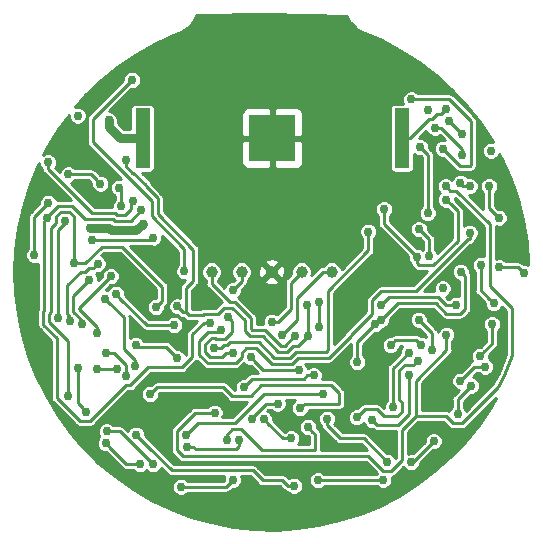
<source format=gbl>
G04 #@! TF.GenerationSoftware,KiCad,Pcbnew,5.0.2-bee76a0~70~ubuntu18.04.1*
G04 #@! TF.CreationDate,2019-08-08T16:15:43+02:00*
G04 #@! TF.ProjectId,Badge (copy),42616467-6520-4286-936f-7079292e6b69,V01*
G04 #@! TF.SameCoordinates,Original*
G04 #@! TF.FileFunction,Copper,L2,Bot*
G04 #@! TF.FilePolarity,Positive*
%FSLAX46Y46*%
G04 Gerber Fmt 4.6, Leading zero omitted, Abs format (unit mm)*
G04 Created by KiCad (PCBNEW 5.0.2-bee76a0~70~ubuntu18.04.1) date Thu 08 Aug 2019 04:15:43 PM SAST*
%MOMM*%
%LPD*%
G01*
G04 APERTURE LIST*
G04 #@! TA.AperFunction,SMDPad,CuDef*
%ADD10R,3.960000X3.960000*%
G04 #@! TD*
G04 #@! TA.AperFunction,SMDPad,CuDef*
%ADD11R,1.270000X5.080000*%
G04 #@! TD*
G04 #@! TA.AperFunction,BGAPad,CuDef*
%ADD12C,1.000000*%
G04 #@! TD*
G04 #@! TA.AperFunction,ViaPad*
%ADD13C,0.762000*%
G04 #@! TD*
G04 #@! TA.AperFunction,Conductor*
%ADD14C,0.254000*%
G04 #@! TD*
G04 #@! TA.AperFunction,Conductor*
%ADD15C,0.800000*%
G04 #@! TD*
G04 APERTURE END LIST*
D10*
G04 #@! TO.P,BT1,2*
G04 #@! TO.N,GNDREF*
X111951000Y-74803000D03*
D11*
G04 #@! TO.P,BT1,1*
G04 #@! TO.N,3V0*
X100966000Y-74803000D03*
X122936000Y-74803000D03*
G04 #@! TD*
D12*
G04 #@! TO.P,TP1,1*
G04 #@! TO.N,ICSPCLK*
X106807000Y-86106000D03*
G04 #@! TD*
G04 #@! TO.P,TP2,1*
G04 #@! TO.N,MCLR*
X116967000Y-86106000D03*
G04 #@! TD*
G04 #@! TO.P,TP3,1*
G04 #@! TO.N,VCC*
X114427000Y-86106000D03*
G04 #@! TD*
G04 #@! TO.P,TP4,1*
G04 #@! TO.N,ICSPDAT*
X109347000Y-86106000D03*
G04 #@! TD*
G04 #@! TO.P,TP5,1*
G04 #@! TO.N,GNDREF*
X111887000Y-86106000D03*
G04 #@! TD*
D13*
G04 #@! TO.N,GNDREF*
X118237000Y-75565000D03*
X109443520Y-104749600D03*
X126238000Y-99060000D03*
X117983000Y-95504000D03*
X98679000Y-98171000D03*
X115407000Y-83306000D03*
X108077000Y-94869000D03*
X117221000Y-93980000D03*
X110871023Y-90296957D03*
X105765903Y-94200982D03*
X106121373Y-88902840D03*
X126873000Y-82804000D03*
X129286000Y-89662000D03*
X116840000Y-79375000D03*
X119761000Y-71247000D03*
X102703177Y-95089823D03*
X109088133Y-97531133D03*
X93218000Y-78867000D03*
X104648000Y-90678000D03*
X108051490Y-82887882D03*
X119380000Y-89535000D03*
X117551200Y-90540840D03*
X115265200Y-104998520D03*
X115808760Y-74620120D03*
X111978440Y-66720720D03*
X95758000Y-74803000D03*
X107518200Y-67157600D03*
X102082600Y-71132700D03*
X104051121Y-74828400D03*
X101854000Y-85293200D03*
X100379377Y-87488877D03*
X122643900Y-86677500D03*
X122888035Y-79376018D03*
G04 #@! TO.N,3V0*
X126649823Y-72359177D03*
X98108199Y-73278991D03*
G04 #@! TO.N,Net-(C1-Pad1)*
X103633751Y-90618339D03*
X98716803Y-88005055D03*
X100064646Y-69869090D03*
X104495590Y-86080600D03*
G04 #@! TO.N,VCC*
X92964000Y-76844727D03*
X131173133Y-85731153D03*
X133247322Y-86232999D03*
X121964990Y-92329000D03*
X130460049Y-75855062D03*
X95472397Y-72886274D03*
X100965000Y-82042000D03*
X96519964Y-82423000D03*
X100386500Y-92286019D03*
X103913655Y-93439020D03*
X124542137Y-92309773D03*
X100411126Y-99893374D03*
X113797080Y-104226360D03*
X100144705Y-80155590D03*
X111885514Y-90352354D03*
G04 #@! TO.N,Net-(D1-Pad1)*
X94688381Y-77850988D03*
X97403908Y-78662309D03*
G04 #@! TO.N,Net-(D9-Pad1)*
X123489000Y-92971069D03*
X122180846Y-97591075D03*
G04 #@! TO.N,Net-(D10-Pad1)*
X109093000Y-100330000D03*
X104767370Y-100964970D03*
X99570579Y-94969770D03*
X97911920Y-93009720D03*
X97110010Y-91313014D03*
X98281866Y-86484189D03*
G04 #@! TO.N,Net-(D12-Pad1)*
X94824750Y-90285021D03*
X97176398Y-85427043D03*
G04 #@! TO.N,Net-(D13-Pad1)*
X96668469Y-83460043D03*
X101882838Y-83223090D03*
G04 #@! TO.N,Net-(D14-Pad1)*
X119137046Y-93744410D03*
X120650000Y-90551000D03*
X116235816Y-96488010D03*
X121157990Y-90170000D03*
X104640107Y-99956959D03*
X127889000Y-86106000D03*
X100305959Y-94097829D03*
X97775845Y-88388283D03*
G04 #@! TO.N,Net-(D15-Pad1)*
X125221225Y-84813176D03*
X123489000Y-94862365D03*
X124378488Y-82512218D03*
X113538000Y-100203000D03*
X111233914Y-98580323D03*
X120410189Y-98668850D03*
G04 #@! TO.N,Net-(D16-Pad1)*
X121157990Y-88900000D03*
X91816146Y-84708979D03*
X127487712Y-88901342D03*
X95818935Y-90560769D03*
X98781947Y-94329193D03*
X97104200Y-94335600D03*
X92982497Y-80287692D03*
X96459061Y-86781221D03*
G04 #@! TO.N,RA2*
X93842535Y-90025146D03*
X94406499Y-81787535D03*
G04 #@! TO.N,RA4*
X121671452Y-102195471D03*
X114190727Y-94408955D03*
X110113974Y-93345098D03*
X108590089Y-92965423D03*
X108193957Y-89934854D03*
X116586000Y-98552000D03*
G04 #@! TO.N,RA5*
X107569003Y-91059003D03*
X128651000Y-82804000D03*
G04 #@! TO.N,RC0*
X126365002Y-75692000D03*
X124460000Y-75565000D03*
X125094996Y-81153000D03*
X123726080Y-71500881D03*
G04 #@! TO.N,RC1*
X124205973Y-84854605D03*
X124253941Y-93639759D03*
X108077000Y-100330008D03*
X124333000Y-90170021D03*
X125706365Y-73911784D03*
X125094992Y-72428441D03*
X126665960Y-79995314D03*
X128015990Y-76200000D03*
X128651000Y-78867000D03*
X125475988Y-92710000D03*
X114974089Y-99265684D03*
X127876959Y-78581271D03*
X119098643Y-98446846D03*
X121404786Y-80816614D03*
G04 #@! TO.N,RC2*
X101859573Y-102419452D03*
X131127330Y-81547721D03*
X127861435Y-95337889D03*
X95475156Y-94234165D03*
X96185388Y-97948835D03*
X97919763Y-99629456D03*
X128015990Y-74454146D03*
X126903967Y-73360759D03*
X130302000Y-78867000D03*
X129981960Y-94147640D03*
G04 #@! TO.N,MCLR*
X112808814Y-91430097D03*
X112395000Y-97282000D03*
X110218238Y-98606437D03*
G04 #@! TO.N,RC5*
X115900190Y-90805004D03*
X115900190Y-88645988D03*
G04 #@! TO.N,RC3*
X127635000Y-98171000D03*
X125603000Y-100457000D03*
X104215334Y-104313881D03*
X100743098Y-102380608D03*
X128787294Y-95756297D03*
X108585000Y-103759000D03*
X94678460Y-96607927D03*
X97860063Y-100643712D03*
X123698011Y-102235000D03*
X121347438Y-103719482D03*
X115824000Y-103759000D03*
X107057765Y-92568998D03*
X129589492Y-85520569D03*
X130683000Y-88773000D03*
X130556000Y-90551000D03*
X129534895Y-93220205D03*
X95176887Y-85376969D03*
X102084451Y-89102744D03*
X120078432Y-82709985D03*
G04 #@! TO.N,RC4*
X99562677Y-76651677D03*
X115443000Y-94869000D03*
X114935004Y-91567000D03*
X107061001Y-98044001D03*
X109552963Y-95884990D03*
X126619000Y-78867004D03*
X126701022Y-91440000D03*
X126373898Y-87514744D03*
X114890035Y-88900000D03*
X103916977Y-89043892D03*
G04 #@! TO.N,ICSPDAT*
X106680000Y-90424000D03*
X108666174Y-87615343D03*
X100863133Y-80874019D03*
X92882487Y-81540708D03*
G04 #@! TO.N,ICSPCLK*
X114306875Y-97654116D03*
X101607000Y-96466000D03*
X113833258Y-91591100D03*
X98953320Y-78988920D03*
X99181207Y-80512932D03*
G04 #@! TD*
D14*
G04 #@! TO.N,3V0*
X126268824Y-72740176D02*
X126649823Y-72359177D01*
X125247068Y-73190442D02*
X125460753Y-73190442D01*
X125460753Y-73190442D02*
X125911019Y-72740176D01*
X125911019Y-72740176D02*
X126268824Y-72740176D01*
X123634510Y-74803000D02*
X122999510Y-74803000D01*
X125247068Y-73190442D02*
X123634510Y-74803000D01*
D15*
X98108199Y-73817806D02*
X99093393Y-74803000D01*
X98108199Y-73278991D02*
X98108199Y-73817806D01*
X99093393Y-74803000D02*
X100437990Y-74803000D01*
D14*
G04 #@! TO.N,Net-(C1-Pad1)*
X101330087Y-90618339D02*
X99097802Y-88386054D01*
X103633751Y-90618339D02*
X101330087Y-90618339D01*
X99097802Y-88386054D02*
X98716803Y-88005055D01*
X96774000Y-75148440D02*
X101727001Y-80101441D01*
X101727001Y-80101441D02*
X101727002Y-81422238D01*
X101727002Y-81422238D02*
X104495590Y-84190826D01*
X104495590Y-85541785D02*
X104495590Y-86080600D01*
X100064646Y-69869090D02*
X96774000Y-73159736D01*
X96774000Y-73159736D02*
X96774000Y-75148440D01*
X104495590Y-84190826D02*
X104495590Y-85541785D01*
G04 #@! TO.N,VCC*
X131173133Y-85731153D02*
X132745476Y-85731153D01*
X132745476Y-85731153D02*
X133247322Y-86232999D01*
X102930635Y-92456000D02*
X103532656Y-93058021D01*
X100457000Y-92456000D02*
X102930635Y-92456000D01*
X103532656Y-93058021D02*
X103913655Y-93439020D01*
X122365216Y-91928774D02*
X121964990Y-92329000D01*
X124542137Y-92309773D02*
X124161138Y-91928774D01*
X124161138Y-91928774D02*
X122365216Y-91928774D01*
X103453333Y-102935581D02*
X101554126Y-101036374D01*
X110301581Y-102935581D02*
X103453333Y-102935581D01*
X101554126Y-101036374D02*
X100411126Y-99893374D01*
X112790905Y-103759000D02*
X111125000Y-103759000D01*
X113258265Y-104226360D02*
X112790905Y-103759000D01*
X113797080Y-104226360D02*
X113258265Y-104226360D01*
X111125000Y-103759000D02*
X110301581Y-102935581D01*
D15*
X100443045Y-82563955D02*
X98281514Y-82563955D01*
X100965000Y-82042000D02*
X100443045Y-82563955D01*
X97058779Y-82423000D02*
X96519964Y-82423000D01*
X98140559Y-82423000D02*
X97058779Y-82423000D01*
X98281514Y-82563955D02*
X98140559Y-82423000D01*
D14*
X99522327Y-81274934D02*
X99968556Y-80828705D01*
X98815445Y-81274934D02*
X99522327Y-81274934D01*
X92964000Y-77383542D02*
X96714436Y-81133978D01*
X92964000Y-76844727D02*
X92964000Y-77383542D01*
X98674489Y-81133978D02*
X98815445Y-81274934D01*
X99968556Y-80331739D02*
X100144705Y-80155590D01*
X99968556Y-80828705D02*
X99968556Y-80331739D01*
X96714436Y-81133978D02*
X98674489Y-81133978D01*
X113497360Y-87035640D02*
X113497360Y-89291160D01*
X113497360Y-89291160D02*
X112436166Y-90352354D01*
X112436166Y-90352354D02*
X111885514Y-90352354D01*
X114427000Y-86106000D02*
X113497360Y-87035640D01*
G04 #@! TO.N,Net-(D1-Pad1)*
X97022909Y-78281310D02*
X97403908Y-78662309D01*
X94688381Y-77850988D02*
X96592587Y-77850988D01*
X96592587Y-77850988D02*
X97022909Y-78281310D01*
G04 #@! TO.N,Net-(D9-Pad1)*
X123489000Y-92971069D02*
X122180846Y-94279223D01*
X122180846Y-94279223D02*
X122180846Y-97052260D01*
X122180846Y-97052260D02*
X122180846Y-97591075D01*
G04 #@! TO.N,Net-(D10-Pad1)*
X109093000Y-100868815D02*
X108869805Y-101092010D01*
X105306185Y-100964970D02*
X104767370Y-100964970D01*
X109093000Y-100330000D02*
X109093000Y-100868815D01*
X105433225Y-101092010D02*
X105306185Y-100964970D01*
X108869805Y-101092010D02*
X105433225Y-101092010D01*
X99570579Y-94430955D02*
X99543949Y-94404325D01*
X99570579Y-94969770D02*
X99570579Y-94430955D01*
X98590238Y-93009720D02*
X98450735Y-93009720D01*
X98450735Y-93009720D02*
X97911920Y-93009720D01*
X99543949Y-93963431D02*
X98590238Y-93009720D01*
X99543949Y-94404325D02*
X99543949Y-93963431D01*
X95615760Y-89150295D02*
X97900867Y-86865188D01*
X95615760Y-89279949D02*
X95615760Y-89150295D01*
X97110010Y-90774199D02*
X95615760Y-89279949D01*
X97110010Y-91313014D02*
X97110010Y-90774199D01*
X97900867Y-86865188D02*
X98281866Y-86484189D01*
G04 #@! TO.N,Net-(D12-Pad1)*
X95729665Y-86100931D02*
X96115745Y-86100931D01*
X96115745Y-86100931D02*
X96408634Y-85808042D01*
X94824750Y-89925811D02*
X94599740Y-89700801D01*
X96408634Y-85808042D02*
X96795399Y-85808042D01*
X96795399Y-85808042D02*
X97176398Y-85427043D01*
X94824750Y-90285021D02*
X94824750Y-89925811D01*
X94599740Y-89700801D02*
X94599740Y-87230856D01*
X94599740Y-87230856D02*
X95729665Y-86100931D01*
G04 #@! TO.N,Net-(D13-Pad1)*
X96668469Y-83460043D02*
X101645885Y-83460043D01*
X101645885Y-83460043D02*
X101882838Y-83223090D01*
G04 #@! TO.N,Net-(D14-Pad1)*
X119137046Y-93744410D02*
X119137046Y-92063954D01*
X119137046Y-92063954D02*
X120650000Y-90551000D01*
X116235816Y-96488010D02*
X111208901Y-96488010D01*
X105021106Y-99575960D02*
X104640107Y-99956959D01*
X105664066Y-98933000D02*
X105021106Y-99575960D01*
X111208901Y-96488010D02*
X108763911Y-98933000D01*
X108763911Y-98933000D02*
X105664066Y-98933000D01*
X121157990Y-90170000D02*
X122554990Y-88773000D01*
X128269999Y-89246817D02*
X128269999Y-86486999D01*
X128269999Y-86486999D02*
X127889000Y-86106000D01*
X127853473Y-89663343D02*
X128269999Y-89246817D01*
X126676299Y-89663343D02*
X127853473Y-89663343D01*
X125785956Y-88773000D02*
X126676299Y-89663343D01*
X122554990Y-88773000D02*
X125785956Y-88773000D01*
X99364800Y-92617855D02*
X99364800Y-89977238D01*
X100305959Y-94097829D02*
X100305959Y-93559014D01*
X98156844Y-88769282D02*
X97775845Y-88388283D01*
X99364800Y-89977238D02*
X98156844Y-88769282D01*
X100305959Y-93559014D02*
X99364800Y-92617855D01*
G04 #@! TO.N,Net-(D15-Pad1)*
X125221225Y-84813176D02*
X125221225Y-83354955D01*
X124759487Y-82893217D02*
X124378488Y-82512218D01*
X125221225Y-83354955D02*
X124759487Y-82893217D01*
X111614913Y-98961322D02*
X111233914Y-98580323D01*
X112856591Y-100203000D02*
X111614913Y-98961322D01*
X113538000Y-100203000D02*
X112856591Y-100203000D01*
X122568272Y-99049849D02*
X120791188Y-99049849D01*
X120791188Y-99049849D02*
X120410189Y-98668850D01*
X123489000Y-98129121D02*
X122568272Y-99049849D01*
X123489000Y-94862365D02*
X123489000Y-98129121D01*
G04 #@! TO.N,Net-(D16-Pad1)*
X121793001Y-88264989D02*
X125996381Y-88264989D01*
X125996381Y-88264989D02*
X126632734Y-88901342D01*
X126632734Y-88901342D02*
X126948897Y-88901342D01*
X126948897Y-88901342D02*
X127487712Y-88901342D01*
X121157990Y-88900000D02*
X121793001Y-88264989D01*
X97110607Y-94329193D02*
X97104200Y-94335600D01*
X98781947Y-94329193D02*
X97110607Y-94329193D01*
X91816146Y-81454043D02*
X92601498Y-80668691D01*
X92601498Y-80668691D02*
X92982497Y-80287692D01*
X91816146Y-84708979D02*
X91816146Y-81454043D01*
X95107750Y-88132532D02*
X96078062Y-87162220D01*
X95818935Y-90560769D02*
X95818935Y-90201560D01*
X95818935Y-90201560D02*
X95107750Y-89490375D01*
X95107750Y-89490375D02*
X95107750Y-88132532D01*
X96078062Y-87162220D02*
X96459061Y-86781221D01*
G04 #@! TO.N,RA2*
X94406499Y-81977663D02*
X94406499Y-81787535D01*
X93842535Y-82541627D02*
X94406499Y-81977663D01*
X93842535Y-90025146D02*
X93842535Y-82541627D01*
G04 #@! TO.N,RA4*
X111177831Y-94408955D02*
X110494973Y-93726097D01*
X114190727Y-94408955D02*
X111177831Y-94408955D01*
X110494973Y-93726097D02*
X110113974Y-93345098D01*
X107076239Y-91694001D02*
X107203242Y-91821004D01*
X106295763Y-92934760D02*
X106295763Y-92203236D01*
X108574956Y-91180812D02*
X108574956Y-90315853D01*
X106804998Y-91694001D02*
X107076239Y-91694001D01*
X108590089Y-92965423D02*
X108051274Y-92965423D01*
X108051274Y-92965423D02*
X107685697Y-93331000D01*
X106692003Y-93331000D02*
X106295763Y-92934760D01*
X108574956Y-90315853D02*
X108193957Y-89934854D01*
X106295763Y-92203236D02*
X106804998Y-91694001D01*
X107685697Y-93331000D02*
X106692003Y-93331000D01*
X107934764Y-91821004D02*
X108574956Y-91180812D01*
X107203242Y-91821004D02*
X107934764Y-91821004D01*
X121671452Y-102195471D02*
X119678982Y-100203001D01*
X116586000Y-99090815D02*
X116586000Y-98552000D01*
X119678982Y-100203001D02*
X117698186Y-100203001D01*
X117698186Y-100203001D02*
X116586000Y-99090815D01*
G04 #@! TO.N,RA5*
X105787752Y-91936010D02*
X105787752Y-93145185D01*
X109743238Y-92582998D02*
X110601762Y-92582998D01*
X128651000Y-83342815D02*
X128651000Y-82804000D01*
X105787752Y-93145185D02*
X106481578Y-93839011D01*
X106537761Y-91186001D02*
X105787752Y-91936010D01*
X109352091Y-92974145D02*
X109743238Y-92582998D01*
X108844265Y-93839011D02*
X109352091Y-93331185D01*
X107569003Y-91059003D02*
X107442005Y-91186001D01*
X116731996Y-93394203D02*
X118618012Y-91508188D01*
X120395988Y-89646774D02*
X120395988Y-88534238D01*
X113638162Y-93883875D02*
X114127837Y-93394203D01*
X107442005Y-91186001D02*
X106537761Y-91186001D01*
X110601762Y-92582998D02*
X111902639Y-93883875D01*
X120395988Y-88534238D02*
X121173247Y-87756979D01*
X128493185Y-83342815D02*
X128651000Y-83342815D01*
X118618013Y-91424749D02*
X120395988Y-89646774D01*
X106481578Y-93839011D02*
X108844265Y-93839011D01*
X109352091Y-93331185D02*
X109352091Y-92974145D01*
X111902639Y-93883875D02*
X113638162Y-93883875D01*
X114127837Y-93394203D02*
X116731996Y-93394203D01*
X121173247Y-87756979D02*
X124079021Y-87756979D01*
X118618012Y-91508188D02*
X118618013Y-91424749D01*
X124079021Y-87756979D02*
X128493185Y-83342815D01*
G04 #@! TO.N,RC0*
X125094996Y-76199996D02*
X125094996Y-80614185D01*
X125094996Y-80614185D02*
X125094996Y-81153000D01*
X124460000Y-75565000D02*
X125094996Y-76199996D01*
X126365002Y-75692000D02*
X127816281Y-77143279D01*
X128778000Y-73377990D02*
X126900891Y-71500881D01*
X126900891Y-71500881D02*
X124264895Y-71500881D01*
X127816281Y-77143279D02*
X128708483Y-77143279D01*
X128778000Y-77073762D02*
X128778000Y-73377990D01*
X128708483Y-77143279D02*
X128778000Y-77073762D01*
X124264895Y-71500881D02*
X123726080Y-71500881D01*
G04 #@! TO.N,RC1*
X125706365Y-73911784D02*
X126245180Y-73911784D01*
X126245180Y-73911784D02*
X128015990Y-75682594D01*
X128015990Y-75682594D02*
X128015990Y-76200000D01*
X124713999Y-90551020D02*
X124333000Y-90170021D01*
X125475988Y-92710000D02*
X125475988Y-91313009D01*
X125475988Y-91313009D02*
X124713999Y-90551020D01*
X108541425Y-99441011D02*
X109331773Y-99441011D01*
X111109700Y-101218938D02*
X115511826Y-101218938D01*
X109331773Y-99441011D02*
X111109700Y-101218938D01*
X115355088Y-99646683D02*
X114974089Y-99265684D01*
X115567999Y-101162765D02*
X115567999Y-99859594D01*
X108077000Y-100330008D02*
X108077000Y-99905436D01*
X115511826Y-101218938D02*
X115567999Y-101162765D01*
X115567999Y-99859594D02*
X115355088Y-99646683D01*
X108077000Y-99905436D02*
X108541425Y-99441011D01*
X128112185Y-78867000D02*
X127876959Y-78631774D01*
X128651000Y-78867000D02*
X128112185Y-78867000D01*
X127876959Y-78631774D02*
X127876959Y-78581271D01*
X127635000Y-80964354D02*
X127046959Y-80376313D01*
X124205973Y-85393420D02*
X124387730Y-85575177D01*
X127635000Y-83482564D02*
X127635000Y-80964354D01*
X124387730Y-85575177D02*
X125542387Y-85575177D01*
X125542387Y-85575177D02*
X127635000Y-83482564D01*
X127046959Y-80376313D02*
X126665960Y-79995314D01*
X124205973Y-84854605D02*
X124205973Y-85393420D01*
X124253941Y-93639759D02*
X123872942Y-94020758D01*
X123872942Y-94020758D02*
X123157747Y-94020758D01*
X119780890Y-97764599D02*
X119479642Y-98065847D01*
X123157747Y-94020758D02*
X122714679Y-94463826D01*
X122546608Y-98353077D02*
X121380719Y-98353077D01*
X122714679Y-94463826D02*
X122714679Y-96931181D01*
X120792241Y-97764599D02*
X119780890Y-97764599D01*
X119479642Y-98065847D02*
X119098643Y-98446846D01*
X122942848Y-97159350D02*
X122942848Y-97956837D01*
X121380719Y-98353077D02*
X120792241Y-97764599D01*
X122714679Y-96931181D02*
X122942848Y-97159350D01*
X122942848Y-97956837D02*
X122546608Y-98353077D01*
X121404786Y-82053418D02*
X121404786Y-81355429D01*
X121404786Y-81355429D02*
X121404786Y-80816614D01*
X124205973Y-84854605D02*
X121404786Y-82053418D01*
G04 #@! TO.N,RC2*
X95475156Y-94234165D02*
X95475156Y-97238603D01*
X95475156Y-97238603D02*
X95804389Y-97567836D01*
X95804389Y-97567836D02*
X96185388Y-97948835D01*
X99069577Y-99629456D02*
X98458578Y-99629456D01*
X101859573Y-102419452D02*
X99069577Y-99629456D01*
X98458578Y-99629456D02*
X97919763Y-99629456D01*
X126922603Y-73360759D02*
X126903967Y-73360759D01*
X128015990Y-74454146D02*
X126922603Y-73360759D01*
X130302000Y-80722391D02*
X130302000Y-79405815D01*
X130302000Y-79405815D02*
X130302000Y-78867000D01*
X131127330Y-81547721D02*
X130302000Y-80722391D01*
X129051684Y-94147640D02*
X129443145Y-94147640D01*
X127861435Y-95337889D02*
X129051684Y-94147640D01*
X129443145Y-94147640D02*
X129981960Y-94147640D01*
G04 #@! TO.N,MCLR*
X110218238Y-98454282D02*
X111390520Y-97282000D01*
X111390520Y-97282000D02*
X111856185Y-97282000D01*
X111856185Y-97282000D02*
X112395000Y-97282000D01*
X110218238Y-98606437D02*
X110218238Y-98454282D01*
X116259894Y-86106000D02*
X114005371Y-88360523D01*
X116967000Y-86106000D02*
X116259894Y-86106000D01*
X114005371Y-90233540D02*
X113189813Y-91049098D01*
X114005371Y-88360523D02*
X114005371Y-90233540D01*
X113189813Y-91049098D02*
X112808814Y-91430097D01*
G04 #@! TO.N,RC5*
X115900190Y-88645988D02*
X115900190Y-90805004D01*
G04 #@! TO.N,RC3*
X127635000Y-96908591D02*
X128406295Y-96137296D01*
X127635000Y-98171000D02*
X127635000Y-96908591D01*
X128406295Y-96137296D02*
X128787294Y-95756297D01*
X104215334Y-104313881D02*
X108030119Y-104313881D01*
X108204001Y-104139999D02*
X108585000Y-103759000D01*
X108030119Y-104313881D02*
X108204001Y-104139999D01*
X98241062Y-101024711D02*
X97860063Y-100643712D01*
X99596959Y-102380608D02*
X98241062Y-101024711D01*
X100743098Y-102380608D02*
X99596959Y-102380608D01*
X123825000Y-102235000D02*
X123698011Y-102235000D01*
X125603000Y-100457000D02*
X123825000Y-102235000D01*
X115863518Y-103719482D02*
X115824000Y-103759000D01*
X121347438Y-103719482D02*
X115863518Y-103719482D01*
X129589492Y-87679492D02*
X130302001Y-88392001D01*
X129589492Y-85520569D02*
X129589492Y-87679492D01*
X130302001Y-88392001D02*
X130683000Y-88773000D01*
X130556000Y-90551000D02*
X130556000Y-92199100D01*
X129915894Y-92839206D02*
X129534895Y-93220205D01*
X130556000Y-92199100D02*
X129915894Y-92839206D01*
X95176887Y-81430159D02*
X95176887Y-84838154D01*
X94772261Y-81025533D02*
X95176887Y-81430159D01*
X93644497Y-82021229D02*
X93644497Y-81421773D01*
X93238429Y-82427297D02*
X93644497Y-82021229D01*
X93644497Y-81421773D02*
X94040737Y-81025533D01*
X93238429Y-89501490D02*
X93238429Y-82427297D01*
X94040737Y-81025533D02*
X94772261Y-81025533D01*
X95176887Y-84838154D02*
X95176887Y-85376969D01*
X93080534Y-89659385D02*
X93238429Y-89501490D01*
X94678460Y-91977992D02*
X93080534Y-90380066D01*
X94678460Y-96607927D02*
X94678460Y-91977992D01*
X93080534Y-90380066D02*
X93080534Y-89659385D01*
X102628700Y-88558495D02*
X102084451Y-89102744D01*
X102628700Y-87376000D02*
X102628700Y-88558495D01*
X99237800Y-83985100D02*
X102628700Y-87376000D01*
X95176887Y-85376969D02*
X96121271Y-85376969D01*
X97513140Y-83985100D02*
X99237800Y-83985100D01*
X96121271Y-85376969D02*
X97513140Y-83985100D01*
X112113064Y-93375864D02*
X113427738Y-93375864D01*
X107836565Y-92329013D02*
X108145187Y-92329013D01*
X110812187Y-92074987D02*
X112113064Y-93375864D01*
X113427738Y-93375864D02*
X113917412Y-92886192D01*
X120078432Y-84298450D02*
X120078432Y-83248800D01*
X120078432Y-83248800D02*
X120078432Y-82709985D01*
X116521571Y-92886192D02*
X116662200Y-92745563D01*
X116662200Y-92745563D02*
X116662200Y-87714682D01*
X113917412Y-92886192D02*
X116521571Y-92886192D01*
X107057765Y-92568998D02*
X107596580Y-92568998D01*
X107596580Y-92568998D02*
X107836565Y-92329013D01*
X108399213Y-92074987D02*
X110812187Y-92074987D01*
X116662200Y-87714682D02*
X120078432Y-84298450D01*
X108145187Y-92329013D02*
X108399213Y-92074987D01*
G04 #@! TO.N,RC4*
X114123823Y-92378181D02*
X114554005Y-91947999D01*
X109601002Y-91142439D02*
X110025541Y-91566978D01*
X106187239Y-89661999D02*
X107339048Y-89661999D01*
X107339048Y-89661999D02*
X107828195Y-89172852D01*
X112450489Y-92867853D02*
X113217314Y-92867853D01*
X108559719Y-89172852D02*
X109601002Y-90214135D01*
X104647999Y-89535001D02*
X104901997Y-89788999D01*
X114554005Y-91947999D02*
X114935004Y-91567000D01*
X104901997Y-89788999D02*
X106060239Y-89788999D01*
X109601002Y-90214135D02*
X109601002Y-91142439D01*
X111149614Y-91566978D02*
X112450489Y-92867853D01*
X106060239Y-89788999D02*
X106187239Y-89661999D01*
X110025541Y-91566978D02*
X111149614Y-91566978D01*
X113217314Y-92867853D02*
X113706987Y-92378181D01*
X113706987Y-92378181D02*
X114123823Y-92378181D01*
X107828195Y-89172852D02*
X108559719Y-89172852D01*
X109933962Y-95503991D02*
X109552963Y-95884990D01*
X115443000Y-94869000D02*
X114904185Y-94869000D01*
X114602229Y-95170956D02*
X110266997Y-95170956D01*
X114904185Y-94869000D02*
X114602229Y-95170956D01*
X110266997Y-95170956D02*
X109933962Y-95503991D01*
X127269239Y-98933001D02*
X126701022Y-98364784D01*
X114935004Y-91567000D02*
X114935004Y-88944969D01*
X114935004Y-88944969D02*
X114890035Y-88900000D01*
X127508003Y-79248003D02*
X126999999Y-79248003D01*
X130351494Y-82091494D02*
X127508003Y-79248003D01*
X130351494Y-87313730D02*
X130351494Y-82091494D01*
X128000761Y-98933001D02*
X131085511Y-95848251D01*
X127269239Y-98933001D02*
X128000761Y-98933001D01*
X131570409Y-94866480D02*
X132241359Y-93152981D01*
X132241359Y-89203595D02*
X130351494Y-87313730D01*
X126999999Y-79248003D02*
X126619000Y-78867004D01*
X131085511Y-95848251D02*
X131570409Y-94866480D01*
X132241359Y-93152981D02*
X132241359Y-89203595D01*
X105425301Y-98044001D02*
X106522186Y-98044001D01*
X104378299Y-101726980D02*
X103878105Y-101226786D01*
X103878105Y-99591197D02*
X105425301Y-98044001D01*
X120075199Y-101726980D02*
X104378299Y-101726980D01*
X121305691Y-102957472D02*
X120075199Y-101726980D01*
X106522186Y-98044001D02*
X107061001Y-98044001D01*
X126634237Y-98297999D02*
X124109481Y-98297999D01*
X103878105Y-101226786D02*
X103878105Y-99591197D01*
X122936001Y-102058684D02*
X122037213Y-102957472D01*
X122936001Y-99471479D02*
X122936001Y-102058684D01*
X124109481Y-98297999D02*
X122936001Y-99471479D01*
X127269239Y-98933001D02*
X126634237Y-98297999D01*
X122037213Y-102957472D02*
X121305691Y-102957472D01*
X124114560Y-98292920D02*
X124109481Y-98297999D01*
X124114560Y-95321120D02*
X124114560Y-98292920D01*
X126701022Y-91440000D02*
X126701022Y-92734658D01*
X126701022Y-92734658D02*
X124114560Y-95321120D01*
X104297976Y-89424891D02*
X103916977Y-89043892D01*
X104408086Y-89535001D02*
X104297976Y-89424891D01*
X104647999Y-89535001D02*
X104408086Y-89535001D01*
X104647999Y-87487763D02*
X104647999Y-89535001D01*
X105257600Y-86878162D02*
X104647999Y-87487763D01*
X105257600Y-84234400D02*
X105257600Y-86878162D01*
X101234251Y-78890255D02*
X102235012Y-79891016D01*
X100194985Y-77713829D02*
X101234251Y-78753095D01*
X102235012Y-79891016D02*
X102235012Y-81211812D01*
X102235012Y-81211812D02*
X105257600Y-84234400D01*
X100086014Y-77713829D02*
X100194985Y-77713829D01*
X101234251Y-78753095D02*
X101234251Y-78890255D01*
X99562677Y-76651677D02*
X99562677Y-77190492D01*
X99562677Y-77190492D02*
X100086014Y-77713829D01*
G04 #@! TO.N,ICSPDAT*
X109347000Y-86106000D02*
X109347000Y-86934517D01*
X109047173Y-87234344D02*
X108666174Y-87615343D01*
X109347000Y-86934517D02*
X109047173Y-87234344D01*
X98605020Y-81782945D02*
X98464064Y-81641989D01*
X96551149Y-98710836D02*
X95653607Y-98710836D01*
X101467090Y-94201021D02*
X99936340Y-95731771D01*
X96107153Y-81641989D02*
X94982686Y-80517522D01*
X99954207Y-81782945D02*
X98605020Y-81782945D01*
X106680000Y-90424000D02*
X106141185Y-90424000D01*
X106141185Y-90424000D02*
X105159422Y-91405763D01*
X94982686Y-80517522D02*
X93830311Y-80517523D01*
X92582228Y-81840967D02*
X92882487Y-81540708D01*
X99936340Y-95731771D02*
X99530214Y-95731771D01*
X105159422Y-91405763D02*
X105159422Y-93313939D01*
X98464064Y-81641989D02*
X96107153Y-81641989D01*
X105159422Y-93313939D02*
X104272340Y-94201021D01*
X104272340Y-94201021D02*
X101467090Y-94201021D01*
X92882487Y-81465347D02*
X92882487Y-81540708D01*
X93726000Y-91754809D02*
X92572523Y-90601332D01*
X93830311Y-80517523D02*
X92882487Y-81465347D01*
X100863133Y-80874019D02*
X99954207Y-81782945D01*
X95653607Y-98710836D02*
X93726000Y-96783229D01*
X92572523Y-89448960D02*
X92582228Y-89439255D01*
X93726000Y-96783229D02*
X93726000Y-91754809D01*
X92572523Y-90601332D02*
X92572523Y-89448960D01*
X99530214Y-95731771D02*
X96551149Y-98710836D01*
X92582228Y-89439255D02*
X92582228Y-81840967D01*
G04 #@! TO.N,ICSPCLK*
X107807196Y-95896000D02*
X102177000Y-95896000D01*
X114306875Y-97654116D02*
X114679002Y-97281989D01*
X116952633Y-95726000D02*
X111030000Y-95726000D01*
X117617251Y-96390618D02*
X116952633Y-95726000D01*
X102177000Y-95896000D02*
X101607000Y-96466000D01*
X114679002Y-97281989D02*
X117617251Y-97281989D01*
X108558196Y-96647000D02*
X107807196Y-95896000D01*
X117617251Y-97281989D02*
X117617251Y-96390618D01*
X111030000Y-95726000D02*
X110109000Y-96647000D01*
X110109000Y-96647000D02*
X108558196Y-96647000D01*
X106807000Y-87106764D02*
X108365078Y-88664842D01*
X113775607Y-91591100D02*
X113833258Y-91591100D01*
X108365078Y-88664842D02*
X108770145Y-88664842D01*
X110235966Y-91058967D02*
X111360040Y-91058968D01*
X110109013Y-90932013D02*
X110235966Y-91058967D01*
X113006865Y-92359842D02*
X113775607Y-91591100D01*
X110109013Y-90003710D02*
X110109013Y-90932013D01*
X111360040Y-91058968D02*
X112660914Y-92359842D01*
X106807000Y-86106000D02*
X106807000Y-87106764D01*
X112660914Y-92359842D02*
X113006865Y-92359842D01*
X108770145Y-88664842D02*
X110109013Y-90003710D01*
X99181207Y-80512932D02*
X99181207Y-79216807D01*
X99181207Y-79216807D02*
X98953320Y-78988920D01*
G04 #@! TD*
G04 #@! TO.N,GNDREF*
G36*
X92202000Y-76996298D02*
X92318008Y-77276365D01*
X92451229Y-77409586D01*
X92485475Y-77581753D01*
X92569412Y-77707374D01*
X92569415Y-77707377D01*
X92597754Y-77749789D01*
X92640166Y-77778128D01*
X94871560Y-80009522D01*
X93880343Y-80009524D01*
X93830311Y-79999572D01*
X93698774Y-80025736D01*
X93628489Y-79856054D01*
X93414135Y-79641700D01*
X93134068Y-79525692D01*
X92830926Y-79525692D01*
X92550859Y-79641700D01*
X92336505Y-79856054D01*
X92220497Y-80136121D01*
X92220497Y-80331272D01*
X91492312Y-81059457D01*
X91449900Y-81087796D01*
X91421561Y-81130208D01*
X91421558Y-81130211D01*
X91337621Y-81255832D01*
X91298195Y-81454043D01*
X91308147Y-81504076D01*
X91308146Y-84139349D01*
X91170154Y-84277341D01*
X91054146Y-84557408D01*
X91054146Y-84860550D01*
X91170154Y-85140617D01*
X91384508Y-85354971D01*
X91664575Y-85470979D01*
X91967717Y-85470979D01*
X92074229Y-85426860D01*
X92074228Y-89350141D01*
X92054572Y-89448960D01*
X92064524Y-89498992D01*
X92064523Y-90551304D01*
X92054572Y-90601332D01*
X92064523Y-90651360D01*
X92064523Y-90651363D01*
X92085930Y-90758981D01*
X92093998Y-90799543D01*
X92172659Y-90917267D01*
X92206276Y-90967579D01*
X92248691Y-90995920D01*
X93218001Y-91965231D01*
X93218000Y-96733201D01*
X93208049Y-96783229D01*
X93218000Y-96833257D01*
X93218000Y-96833260D01*
X93234407Y-96915742D01*
X93247475Y-96981440D01*
X93328226Y-97102292D01*
X93359753Y-97149476D01*
X93402168Y-97177817D01*
X95259021Y-99034671D01*
X95287360Y-99077083D01*
X95329772Y-99105422D01*
X95329774Y-99105424D01*
X95438937Y-99178364D01*
X95455395Y-99189361D01*
X95603575Y-99218836D01*
X95603579Y-99218836D01*
X95653607Y-99228787D01*
X95703635Y-99218836D01*
X96501121Y-99218836D01*
X96551149Y-99228787D01*
X96601177Y-99218836D01*
X96601181Y-99218836D01*
X96749361Y-99189361D01*
X96917396Y-99077083D01*
X96945737Y-99034668D01*
X99740635Y-96239771D01*
X99886312Y-96239771D01*
X99936340Y-96249722D01*
X99986368Y-96239771D01*
X99986372Y-96239771D01*
X100134552Y-96210296D01*
X100302587Y-96098018D01*
X100330928Y-96055603D01*
X101677510Y-94709021D01*
X104222312Y-94709021D01*
X104272340Y-94718972D01*
X104322368Y-94709021D01*
X104322372Y-94709021D01*
X104470552Y-94679546D01*
X104638587Y-94567268D01*
X104666928Y-94524853D01*
X105483254Y-93708527D01*
X105525669Y-93680186D01*
X105557177Y-93633031D01*
X106086992Y-94162846D01*
X106115331Y-94205258D01*
X106157743Y-94233597D01*
X106157745Y-94233599D01*
X106255941Y-94299211D01*
X106283366Y-94317536D01*
X106431546Y-94347011D01*
X106431549Y-94347011D01*
X106481577Y-94356962D01*
X106531605Y-94347011D01*
X108794237Y-94347011D01*
X108844265Y-94356962D01*
X108894293Y-94347011D01*
X108894297Y-94347011D01*
X109042477Y-94317536D01*
X109210512Y-94205258D01*
X109238853Y-94162843D01*
X109546471Y-93855225D01*
X109682336Y-93991090D01*
X109962403Y-94107098D01*
X110157553Y-94107098D01*
X110171140Y-94120685D01*
X110171143Y-94120687D01*
X110713411Y-94662956D01*
X110317025Y-94662956D01*
X110266997Y-94653005D01*
X110216969Y-94662956D01*
X110216965Y-94662956D01*
X110068785Y-94692431D01*
X110031373Y-94717429D01*
X109943164Y-94776368D01*
X109943162Y-94776370D01*
X109900750Y-94804709D01*
X109872411Y-94847121D01*
X109596542Y-95122990D01*
X109401392Y-95122990D01*
X109121325Y-95238998D01*
X108906971Y-95453352D01*
X108790963Y-95733419D01*
X108790963Y-96036561D01*
X108833395Y-96139000D01*
X108768616Y-96139000D01*
X108201784Y-95572168D01*
X108173443Y-95529753D01*
X108005408Y-95417475D01*
X107857228Y-95388000D01*
X107857224Y-95388000D01*
X107807196Y-95378049D01*
X107757168Y-95388000D01*
X102227028Y-95388000D01*
X102177000Y-95378049D01*
X102126972Y-95388000D01*
X102126968Y-95388000D01*
X101978788Y-95417475D01*
X101853167Y-95501412D01*
X101853165Y-95501414D01*
X101810753Y-95529753D01*
X101782414Y-95572165D01*
X101650579Y-95704000D01*
X101455429Y-95704000D01*
X101175362Y-95820008D01*
X100961008Y-96034362D01*
X100845000Y-96314429D01*
X100845000Y-96617571D01*
X100961008Y-96897638D01*
X101175362Y-97111992D01*
X101455429Y-97228000D01*
X101758571Y-97228000D01*
X102038638Y-97111992D01*
X102252992Y-96897638D01*
X102369000Y-96617571D01*
X102369000Y-96422421D01*
X102387421Y-96404000D01*
X107596776Y-96404000D01*
X108163608Y-96970832D01*
X108191949Y-97013247D01*
X108359984Y-97125525D01*
X108508164Y-97155000D01*
X108508167Y-97155000D01*
X108558195Y-97164951D01*
X108608223Y-97155000D01*
X109823490Y-97155000D01*
X108553491Y-98425000D01*
X107727968Y-98425000D01*
X107823001Y-98195572D01*
X107823001Y-97892430D01*
X107706993Y-97612363D01*
X107492639Y-97398009D01*
X107212572Y-97282001D01*
X106909430Y-97282001D01*
X106629363Y-97398009D01*
X106491371Y-97536001D01*
X105475329Y-97536001D01*
X105425301Y-97526050D01*
X105375273Y-97536001D01*
X105375269Y-97536001D01*
X105227089Y-97565476D01*
X105059054Y-97677754D01*
X105030713Y-97720169D01*
X103554271Y-99196611D01*
X103511859Y-99224950D01*
X103483520Y-99267362D01*
X103483517Y-99267365D01*
X103399580Y-99392986D01*
X103360154Y-99591197D01*
X103370106Y-99641230D01*
X103370105Y-101176758D01*
X103360154Y-101226786D01*
X103370105Y-101276814D01*
X103370105Y-101276817D01*
X103388860Y-101371103D01*
X103399580Y-101424997D01*
X103469081Y-101529012D01*
X103511858Y-101593033D01*
X103554272Y-101621374D01*
X103983713Y-102050815D01*
X104012052Y-102093227D01*
X104054464Y-102121566D01*
X104054466Y-102121568D01*
X104173550Y-102201137D01*
X104180087Y-102205505D01*
X104328267Y-102234980D01*
X104328270Y-102234980D01*
X104378298Y-102244931D01*
X104428326Y-102234980D01*
X119864779Y-102234980D01*
X120809545Y-103179746D01*
X120777808Y-103211482D01*
X116354112Y-103211482D01*
X116255638Y-103113008D01*
X115975571Y-102997000D01*
X115672429Y-102997000D01*
X115392362Y-103113008D01*
X115178008Y-103327362D01*
X115062000Y-103607429D01*
X115062000Y-103910571D01*
X115178008Y-104190638D01*
X115392362Y-104404992D01*
X115672429Y-104521000D01*
X115975571Y-104521000D01*
X116255638Y-104404992D01*
X116433148Y-104227482D01*
X120777808Y-104227482D01*
X120915800Y-104365474D01*
X121195867Y-104481482D01*
X121499009Y-104481482D01*
X121779076Y-104365474D01*
X121993430Y-104151120D01*
X122109438Y-103871053D01*
X122109438Y-103567911D01*
X122068546Y-103469190D01*
X122087241Y-103465472D01*
X122087245Y-103465472D01*
X122235425Y-103435997D01*
X122403460Y-103323719D01*
X122431801Y-103281304D01*
X123050393Y-102662713D01*
X123052019Y-102666638D01*
X123266373Y-102880992D01*
X123546440Y-102997000D01*
X123849582Y-102997000D01*
X124129649Y-102880992D01*
X124344003Y-102666638D01*
X124460011Y-102386571D01*
X124460011Y-102318409D01*
X125559421Y-101219000D01*
X125754571Y-101219000D01*
X126034638Y-101102992D01*
X126248992Y-100888638D01*
X126365000Y-100608571D01*
X126365000Y-100305429D01*
X126248992Y-100025362D01*
X126034638Y-99811008D01*
X125754571Y-99695000D01*
X125451429Y-99695000D01*
X125171362Y-99811008D01*
X124957008Y-100025362D01*
X124841000Y-100305429D01*
X124841000Y-100500579D01*
X123863015Y-101478564D01*
X123849582Y-101473000D01*
X123546440Y-101473000D01*
X123444001Y-101515432D01*
X123444001Y-99681899D01*
X124319901Y-98805999D01*
X126423817Y-98805999D01*
X126874653Y-99256836D01*
X126902992Y-99299248D01*
X126945404Y-99327587D01*
X126945406Y-99327589D01*
X127043280Y-99392986D01*
X127071027Y-99411526D01*
X127219207Y-99441001D01*
X127219210Y-99441001D01*
X127269238Y-99450952D01*
X127319266Y-99441001D01*
X127950733Y-99441001D01*
X128000761Y-99450952D01*
X128050789Y-99441001D01*
X128050793Y-99441001D01*
X128198973Y-99411526D01*
X128367008Y-99299248D01*
X128395349Y-99256833D01*
X130873313Y-96778870D01*
X130444695Y-97548562D01*
X129427551Y-99061540D01*
X128287389Y-100484077D01*
X127032187Y-101806225D01*
X125670740Y-103018715D01*
X124212626Y-104113015D01*
X122668048Y-105081472D01*
X121047852Y-105917284D01*
X119363390Y-106614595D01*
X117626506Y-107168500D01*
X115849333Y-107575133D01*
X114044398Y-107831624D01*
X112224314Y-107936182D01*
X110401876Y-107888075D01*
X108589828Y-107687636D01*
X106800937Y-107336277D01*
X105047707Y-106836454D01*
X103342456Y-106191682D01*
X101697132Y-105406476D01*
X100123289Y-104486350D01*
X98631956Y-103437753D01*
X97233595Y-102268039D01*
X95938028Y-100985427D01*
X95516902Y-100492141D01*
X97098063Y-100492141D01*
X97098063Y-100795283D01*
X97214071Y-101075350D01*
X97428425Y-101289704D01*
X97708492Y-101405712D01*
X97903642Y-101405712D01*
X97917229Y-101419299D01*
X97917232Y-101419301D01*
X99202373Y-102704443D01*
X99230712Y-102746855D01*
X99273124Y-102775194D01*
X99273126Y-102775196D01*
X99372302Y-102841463D01*
X99398747Y-102859133D01*
X99546927Y-102888608D01*
X99546931Y-102888608D01*
X99596959Y-102898559D01*
X99646987Y-102888608D01*
X100173468Y-102888608D01*
X100311460Y-103026600D01*
X100591527Y-103142608D01*
X100894669Y-103142608D01*
X101174736Y-103026600D01*
X101281914Y-102919423D01*
X101427935Y-103065444D01*
X101708002Y-103181452D01*
X102011144Y-103181452D01*
X102291211Y-103065444D01*
X102505565Y-102851090D01*
X102547993Y-102748661D01*
X103058747Y-103259416D01*
X103087086Y-103301828D01*
X103129498Y-103330167D01*
X103129500Y-103330169D01*
X103207755Y-103382457D01*
X103255121Y-103414106D01*
X103403301Y-103443581D01*
X103403304Y-103443581D01*
X103453332Y-103453532D01*
X103503360Y-103443581D01*
X107890868Y-103443581D01*
X107823000Y-103607429D01*
X107823000Y-103802580D01*
X107819699Y-103805881D01*
X104784964Y-103805881D01*
X104646972Y-103667889D01*
X104366905Y-103551881D01*
X104063763Y-103551881D01*
X103783696Y-103667889D01*
X103569342Y-103882243D01*
X103453334Y-104162310D01*
X103453334Y-104465452D01*
X103569342Y-104745519D01*
X103783696Y-104959873D01*
X104063763Y-105075881D01*
X104366905Y-105075881D01*
X104646972Y-104959873D01*
X104784964Y-104821881D01*
X107980091Y-104821881D01*
X108030119Y-104831832D01*
X108080147Y-104821881D01*
X108080151Y-104821881D01*
X108228331Y-104792406D01*
X108396366Y-104680128D01*
X108424707Y-104637713D01*
X108541420Y-104521000D01*
X108736571Y-104521000D01*
X109016638Y-104404992D01*
X109230992Y-104190638D01*
X109347000Y-103910571D01*
X109347000Y-103607429D01*
X109279132Y-103443581D01*
X110091161Y-103443581D01*
X110730412Y-104082832D01*
X110758753Y-104125247D01*
X110926788Y-104237525D01*
X111074968Y-104267000D01*
X111074971Y-104267000D01*
X111124999Y-104276951D01*
X111175027Y-104267000D01*
X112580485Y-104267000D01*
X112863679Y-104550195D01*
X112892018Y-104592607D01*
X112934430Y-104620946D01*
X112934432Y-104620948D01*
X113023500Y-104680461D01*
X113060053Y-104704885D01*
X113208233Y-104734360D01*
X113208237Y-104734360D01*
X113232221Y-104739131D01*
X113365442Y-104872352D01*
X113645509Y-104988360D01*
X113948651Y-104988360D01*
X114228718Y-104872352D01*
X114443072Y-104657998D01*
X114559080Y-104377931D01*
X114559080Y-104074789D01*
X114443072Y-103794722D01*
X114228718Y-103580368D01*
X113948651Y-103464360D01*
X113645509Y-103464360D01*
X113365442Y-103580368D01*
X113348068Y-103597742D01*
X113185493Y-103435167D01*
X113157152Y-103392753D01*
X112989117Y-103280475D01*
X112840937Y-103251000D01*
X112840933Y-103251000D01*
X112790905Y-103241049D01*
X112740877Y-103251000D01*
X111335420Y-103251000D01*
X110696168Y-102611748D01*
X110667828Y-102569334D01*
X110499793Y-102457056D01*
X110351613Y-102427581D01*
X110351609Y-102427581D01*
X110301581Y-102417630D01*
X110251553Y-102427581D01*
X103663754Y-102427581D01*
X101948716Y-100712544D01*
X101948714Y-100712541D01*
X101173126Y-99936954D01*
X101173126Y-99741803D01*
X101057118Y-99461736D01*
X100842764Y-99247382D01*
X100562697Y-99131374D01*
X100259555Y-99131374D01*
X99979488Y-99247382D01*
X99765134Y-99461736D01*
X99722706Y-99564165D01*
X99464165Y-99305624D01*
X99435824Y-99263209D01*
X99267789Y-99150931D01*
X99119609Y-99121456D01*
X99119605Y-99121456D01*
X99069577Y-99111505D01*
X99019549Y-99121456D01*
X98489393Y-99121456D01*
X98351401Y-98983464D01*
X98071334Y-98867456D01*
X97768192Y-98867456D01*
X97488125Y-98983464D01*
X97273771Y-99197818D01*
X97157763Y-99477885D01*
X97157763Y-99781027D01*
X97273771Y-100061094D01*
X97319411Y-100106734D01*
X97214071Y-100212074D01*
X97098063Y-100492141D01*
X95516902Y-100492141D01*
X94754320Y-99598891D01*
X93690790Y-98118171D01*
X92754897Y-96553658D01*
X91953194Y-94916304D01*
X91291318Y-93217617D01*
X90773905Y-91469505D01*
X90404583Y-89684219D01*
X90185946Y-87874292D01*
X90119526Y-86052423D01*
X90205790Y-84231390D01*
X90444133Y-82423947D01*
X90832879Y-80642805D01*
X91369308Y-78900425D01*
X92049654Y-77209042D01*
X92202000Y-76906296D01*
X92202000Y-76996298D01*
X92202000Y-76996298D01*
G37*
X92202000Y-76996298D02*
X92318008Y-77276365D01*
X92451229Y-77409586D01*
X92485475Y-77581753D01*
X92569412Y-77707374D01*
X92569415Y-77707377D01*
X92597754Y-77749789D01*
X92640166Y-77778128D01*
X94871560Y-80009522D01*
X93880343Y-80009524D01*
X93830311Y-79999572D01*
X93698774Y-80025736D01*
X93628489Y-79856054D01*
X93414135Y-79641700D01*
X93134068Y-79525692D01*
X92830926Y-79525692D01*
X92550859Y-79641700D01*
X92336505Y-79856054D01*
X92220497Y-80136121D01*
X92220497Y-80331272D01*
X91492312Y-81059457D01*
X91449900Y-81087796D01*
X91421561Y-81130208D01*
X91421558Y-81130211D01*
X91337621Y-81255832D01*
X91298195Y-81454043D01*
X91308147Y-81504076D01*
X91308146Y-84139349D01*
X91170154Y-84277341D01*
X91054146Y-84557408D01*
X91054146Y-84860550D01*
X91170154Y-85140617D01*
X91384508Y-85354971D01*
X91664575Y-85470979D01*
X91967717Y-85470979D01*
X92074229Y-85426860D01*
X92074228Y-89350141D01*
X92054572Y-89448960D01*
X92064524Y-89498992D01*
X92064523Y-90551304D01*
X92054572Y-90601332D01*
X92064523Y-90651360D01*
X92064523Y-90651363D01*
X92085930Y-90758981D01*
X92093998Y-90799543D01*
X92172659Y-90917267D01*
X92206276Y-90967579D01*
X92248691Y-90995920D01*
X93218001Y-91965231D01*
X93218000Y-96733201D01*
X93208049Y-96783229D01*
X93218000Y-96833257D01*
X93218000Y-96833260D01*
X93234407Y-96915742D01*
X93247475Y-96981440D01*
X93328226Y-97102292D01*
X93359753Y-97149476D01*
X93402168Y-97177817D01*
X95259021Y-99034671D01*
X95287360Y-99077083D01*
X95329772Y-99105422D01*
X95329774Y-99105424D01*
X95438937Y-99178364D01*
X95455395Y-99189361D01*
X95603575Y-99218836D01*
X95603579Y-99218836D01*
X95653607Y-99228787D01*
X95703635Y-99218836D01*
X96501121Y-99218836D01*
X96551149Y-99228787D01*
X96601177Y-99218836D01*
X96601181Y-99218836D01*
X96749361Y-99189361D01*
X96917396Y-99077083D01*
X96945737Y-99034668D01*
X99740635Y-96239771D01*
X99886312Y-96239771D01*
X99936340Y-96249722D01*
X99986368Y-96239771D01*
X99986372Y-96239771D01*
X100134552Y-96210296D01*
X100302587Y-96098018D01*
X100330928Y-96055603D01*
X101677510Y-94709021D01*
X104222312Y-94709021D01*
X104272340Y-94718972D01*
X104322368Y-94709021D01*
X104322372Y-94709021D01*
X104470552Y-94679546D01*
X104638587Y-94567268D01*
X104666928Y-94524853D01*
X105483254Y-93708527D01*
X105525669Y-93680186D01*
X105557177Y-93633031D01*
X106086992Y-94162846D01*
X106115331Y-94205258D01*
X106157743Y-94233597D01*
X106157745Y-94233599D01*
X106255941Y-94299211D01*
X106283366Y-94317536D01*
X106431546Y-94347011D01*
X106431549Y-94347011D01*
X106481577Y-94356962D01*
X106531605Y-94347011D01*
X108794237Y-94347011D01*
X108844265Y-94356962D01*
X108894293Y-94347011D01*
X108894297Y-94347011D01*
X109042477Y-94317536D01*
X109210512Y-94205258D01*
X109238853Y-94162843D01*
X109546471Y-93855225D01*
X109682336Y-93991090D01*
X109962403Y-94107098D01*
X110157553Y-94107098D01*
X110171140Y-94120685D01*
X110171143Y-94120687D01*
X110713411Y-94662956D01*
X110317025Y-94662956D01*
X110266997Y-94653005D01*
X110216969Y-94662956D01*
X110216965Y-94662956D01*
X110068785Y-94692431D01*
X110031373Y-94717429D01*
X109943164Y-94776368D01*
X109943162Y-94776370D01*
X109900750Y-94804709D01*
X109872411Y-94847121D01*
X109596542Y-95122990D01*
X109401392Y-95122990D01*
X109121325Y-95238998D01*
X108906971Y-95453352D01*
X108790963Y-95733419D01*
X108790963Y-96036561D01*
X108833395Y-96139000D01*
X108768616Y-96139000D01*
X108201784Y-95572168D01*
X108173443Y-95529753D01*
X108005408Y-95417475D01*
X107857228Y-95388000D01*
X107857224Y-95388000D01*
X107807196Y-95378049D01*
X107757168Y-95388000D01*
X102227028Y-95388000D01*
X102177000Y-95378049D01*
X102126972Y-95388000D01*
X102126968Y-95388000D01*
X101978788Y-95417475D01*
X101853167Y-95501412D01*
X101853165Y-95501414D01*
X101810753Y-95529753D01*
X101782414Y-95572165D01*
X101650579Y-95704000D01*
X101455429Y-95704000D01*
X101175362Y-95820008D01*
X100961008Y-96034362D01*
X100845000Y-96314429D01*
X100845000Y-96617571D01*
X100961008Y-96897638D01*
X101175362Y-97111992D01*
X101455429Y-97228000D01*
X101758571Y-97228000D01*
X102038638Y-97111992D01*
X102252992Y-96897638D01*
X102369000Y-96617571D01*
X102369000Y-96422421D01*
X102387421Y-96404000D01*
X107596776Y-96404000D01*
X108163608Y-96970832D01*
X108191949Y-97013247D01*
X108359984Y-97125525D01*
X108508164Y-97155000D01*
X108508167Y-97155000D01*
X108558195Y-97164951D01*
X108608223Y-97155000D01*
X109823490Y-97155000D01*
X108553491Y-98425000D01*
X107727968Y-98425000D01*
X107823001Y-98195572D01*
X107823001Y-97892430D01*
X107706993Y-97612363D01*
X107492639Y-97398009D01*
X107212572Y-97282001D01*
X106909430Y-97282001D01*
X106629363Y-97398009D01*
X106491371Y-97536001D01*
X105475329Y-97536001D01*
X105425301Y-97526050D01*
X105375273Y-97536001D01*
X105375269Y-97536001D01*
X105227089Y-97565476D01*
X105059054Y-97677754D01*
X105030713Y-97720169D01*
X103554271Y-99196611D01*
X103511859Y-99224950D01*
X103483520Y-99267362D01*
X103483517Y-99267365D01*
X103399580Y-99392986D01*
X103360154Y-99591197D01*
X103370106Y-99641230D01*
X103370105Y-101176758D01*
X103360154Y-101226786D01*
X103370105Y-101276814D01*
X103370105Y-101276817D01*
X103388860Y-101371103D01*
X103399580Y-101424997D01*
X103469081Y-101529012D01*
X103511858Y-101593033D01*
X103554272Y-101621374D01*
X103983713Y-102050815D01*
X104012052Y-102093227D01*
X104054464Y-102121566D01*
X104054466Y-102121568D01*
X104173550Y-102201137D01*
X104180087Y-102205505D01*
X104328267Y-102234980D01*
X104328270Y-102234980D01*
X104378298Y-102244931D01*
X104428326Y-102234980D01*
X119864779Y-102234980D01*
X120809545Y-103179746D01*
X120777808Y-103211482D01*
X116354112Y-103211482D01*
X116255638Y-103113008D01*
X115975571Y-102997000D01*
X115672429Y-102997000D01*
X115392362Y-103113008D01*
X115178008Y-103327362D01*
X115062000Y-103607429D01*
X115062000Y-103910571D01*
X115178008Y-104190638D01*
X115392362Y-104404992D01*
X115672429Y-104521000D01*
X115975571Y-104521000D01*
X116255638Y-104404992D01*
X116433148Y-104227482D01*
X120777808Y-104227482D01*
X120915800Y-104365474D01*
X121195867Y-104481482D01*
X121499009Y-104481482D01*
X121779076Y-104365474D01*
X121993430Y-104151120D01*
X122109438Y-103871053D01*
X122109438Y-103567911D01*
X122068546Y-103469190D01*
X122087241Y-103465472D01*
X122087245Y-103465472D01*
X122235425Y-103435997D01*
X122403460Y-103323719D01*
X122431801Y-103281304D01*
X123050393Y-102662713D01*
X123052019Y-102666638D01*
X123266373Y-102880992D01*
X123546440Y-102997000D01*
X123849582Y-102997000D01*
X124129649Y-102880992D01*
X124344003Y-102666638D01*
X124460011Y-102386571D01*
X124460011Y-102318409D01*
X125559421Y-101219000D01*
X125754571Y-101219000D01*
X126034638Y-101102992D01*
X126248992Y-100888638D01*
X126365000Y-100608571D01*
X126365000Y-100305429D01*
X126248992Y-100025362D01*
X126034638Y-99811008D01*
X125754571Y-99695000D01*
X125451429Y-99695000D01*
X125171362Y-99811008D01*
X124957008Y-100025362D01*
X124841000Y-100305429D01*
X124841000Y-100500579D01*
X123863015Y-101478564D01*
X123849582Y-101473000D01*
X123546440Y-101473000D01*
X123444001Y-101515432D01*
X123444001Y-99681899D01*
X124319901Y-98805999D01*
X126423817Y-98805999D01*
X126874653Y-99256836D01*
X126902992Y-99299248D01*
X126945404Y-99327587D01*
X126945406Y-99327589D01*
X127043280Y-99392986D01*
X127071027Y-99411526D01*
X127219207Y-99441001D01*
X127219210Y-99441001D01*
X127269238Y-99450952D01*
X127319266Y-99441001D01*
X127950733Y-99441001D01*
X128000761Y-99450952D01*
X128050789Y-99441001D01*
X128050793Y-99441001D01*
X128198973Y-99411526D01*
X128367008Y-99299248D01*
X128395349Y-99256833D01*
X130873313Y-96778870D01*
X130444695Y-97548562D01*
X129427551Y-99061540D01*
X128287389Y-100484077D01*
X127032187Y-101806225D01*
X125670740Y-103018715D01*
X124212626Y-104113015D01*
X122668048Y-105081472D01*
X121047852Y-105917284D01*
X119363390Y-106614595D01*
X117626506Y-107168500D01*
X115849333Y-107575133D01*
X114044398Y-107831624D01*
X112224314Y-107936182D01*
X110401876Y-107888075D01*
X108589828Y-107687636D01*
X106800937Y-107336277D01*
X105047707Y-106836454D01*
X103342456Y-106191682D01*
X101697132Y-105406476D01*
X100123289Y-104486350D01*
X98631956Y-103437753D01*
X97233595Y-102268039D01*
X95938028Y-100985427D01*
X95516902Y-100492141D01*
X97098063Y-100492141D01*
X97098063Y-100795283D01*
X97214071Y-101075350D01*
X97428425Y-101289704D01*
X97708492Y-101405712D01*
X97903642Y-101405712D01*
X97917229Y-101419299D01*
X97917232Y-101419301D01*
X99202373Y-102704443D01*
X99230712Y-102746855D01*
X99273124Y-102775194D01*
X99273126Y-102775196D01*
X99372302Y-102841463D01*
X99398747Y-102859133D01*
X99546927Y-102888608D01*
X99546931Y-102888608D01*
X99596959Y-102898559D01*
X99646987Y-102888608D01*
X100173468Y-102888608D01*
X100311460Y-103026600D01*
X100591527Y-103142608D01*
X100894669Y-103142608D01*
X101174736Y-103026600D01*
X101281914Y-102919423D01*
X101427935Y-103065444D01*
X101708002Y-103181452D01*
X102011144Y-103181452D01*
X102291211Y-103065444D01*
X102505565Y-102851090D01*
X102547993Y-102748661D01*
X103058747Y-103259416D01*
X103087086Y-103301828D01*
X103129498Y-103330167D01*
X103129500Y-103330169D01*
X103207755Y-103382457D01*
X103255121Y-103414106D01*
X103403301Y-103443581D01*
X103403304Y-103443581D01*
X103453332Y-103453532D01*
X103503360Y-103443581D01*
X107890868Y-103443581D01*
X107823000Y-103607429D01*
X107823000Y-103802580D01*
X107819699Y-103805881D01*
X104784964Y-103805881D01*
X104646972Y-103667889D01*
X104366905Y-103551881D01*
X104063763Y-103551881D01*
X103783696Y-103667889D01*
X103569342Y-103882243D01*
X103453334Y-104162310D01*
X103453334Y-104465452D01*
X103569342Y-104745519D01*
X103783696Y-104959873D01*
X104063763Y-105075881D01*
X104366905Y-105075881D01*
X104646972Y-104959873D01*
X104784964Y-104821881D01*
X107980091Y-104821881D01*
X108030119Y-104831832D01*
X108080147Y-104821881D01*
X108080151Y-104821881D01*
X108228331Y-104792406D01*
X108396366Y-104680128D01*
X108424707Y-104637713D01*
X108541420Y-104521000D01*
X108736571Y-104521000D01*
X109016638Y-104404992D01*
X109230992Y-104190638D01*
X109347000Y-103910571D01*
X109347000Y-103607429D01*
X109279132Y-103443581D01*
X110091161Y-103443581D01*
X110730412Y-104082832D01*
X110758753Y-104125247D01*
X110926788Y-104237525D01*
X111074968Y-104267000D01*
X111074971Y-104267000D01*
X111124999Y-104276951D01*
X111175027Y-104267000D01*
X112580485Y-104267000D01*
X112863679Y-104550195D01*
X112892018Y-104592607D01*
X112934430Y-104620946D01*
X112934432Y-104620948D01*
X113023500Y-104680461D01*
X113060053Y-104704885D01*
X113208233Y-104734360D01*
X113208237Y-104734360D01*
X113232221Y-104739131D01*
X113365442Y-104872352D01*
X113645509Y-104988360D01*
X113948651Y-104988360D01*
X114228718Y-104872352D01*
X114443072Y-104657998D01*
X114559080Y-104377931D01*
X114559080Y-104074789D01*
X114443072Y-103794722D01*
X114228718Y-103580368D01*
X113948651Y-103464360D01*
X113645509Y-103464360D01*
X113365442Y-103580368D01*
X113348068Y-103597742D01*
X113185493Y-103435167D01*
X113157152Y-103392753D01*
X112989117Y-103280475D01*
X112840937Y-103251000D01*
X112840933Y-103251000D01*
X112790905Y-103241049D01*
X112740877Y-103251000D01*
X111335420Y-103251000D01*
X110696168Y-102611748D01*
X110667828Y-102569334D01*
X110499793Y-102457056D01*
X110351613Y-102427581D01*
X110351609Y-102427581D01*
X110301581Y-102417630D01*
X110251553Y-102427581D01*
X103663754Y-102427581D01*
X101948716Y-100712544D01*
X101948714Y-100712541D01*
X101173126Y-99936954D01*
X101173126Y-99741803D01*
X101057118Y-99461736D01*
X100842764Y-99247382D01*
X100562697Y-99131374D01*
X100259555Y-99131374D01*
X99979488Y-99247382D01*
X99765134Y-99461736D01*
X99722706Y-99564165D01*
X99464165Y-99305624D01*
X99435824Y-99263209D01*
X99267789Y-99150931D01*
X99119609Y-99121456D01*
X99119605Y-99121456D01*
X99069577Y-99111505D01*
X99019549Y-99121456D01*
X98489393Y-99121456D01*
X98351401Y-98983464D01*
X98071334Y-98867456D01*
X97768192Y-98867456D01*
X97488125Y-98983464D01*
X97273771Y-99197818D01*
X97157763Y-99477885D01*
X97157763Y-99781027D01*
X97273771Y-100061094D01*
X97319411Y-100106734D01*
X97214071Y-100212074D01*
X97098063Y-100492141D01*
X95516902Y-100492141D01*
X94754320Y-99598891D01*
X93690790Y-98118171D01*
X92754897Y-96553658D01*
X91953194Y-94916304D01*
X91291318Y-93217617D01*
X90773905Y-91469505D01*
X90404583Y-89684219D01*
X90185946Y-87874292D01*
X90119526Y-86052423D01*
X90205790Y-84231390D01*
X90444133Y-82423947D01*
X90832879Y-80642805D01*
X91369308Y-78900425D01*
X92049654Y-77209042D01*
X92202000Y-76906296D01*
X92202000Y-76996298D01*
G36*
X129843495Y-82301915D02*
X129843494Y-84800998D01*
X129741063Y-84758569D01*
X129437921Y-84758569D01*
X129157854Y-84874577D01*
X128943500Y-85088931D01*
X128827492Y-85368998D01*
X128827492Y-85672140D01*
X128943500Y-85952207D01*
X129081492Y-86090199D01*
X129081493Y-87629459D01*
X129071541Y-87679492D01*
X129110967Y-87877703D01*
X129194904Y-88003324D01*
X129194907Y-88003327D01*
X129223246Y-88045739D01*
X129265658Y-88074078D01*
X129921000Y-88729421D01*
X129921000Y-88924571D01*
X130037008Y-89204638D01*
X130251362Y-89418992D01*
X130531429Y-89535000D01*
X130834571Y-89535000D01*
X131114638Y-89418992D01*
X131328992Y-89204638D01*
X131386103Y-89066760D01*
X131733360Y-89414017D01*
X131733359Y-93057066D01*
X131105310Y-94661008D01*
X130667109Y-95548232D01*
X128338103Y-97877239D01*
X128280992Y-97739362D01*
X128143000Y-97601370D01*
X128143000Y-97119011D01*
X128743715Y-96518297D01*
X128938865Y-96518297D01*
X129218932Y-96402289D01*
X129433286Y-96187935D01*
X129549294Y-95907868D01*
X129549294Y-95604726D01*
X129433286Y-95324659D01*
X129218932Y-95110305D01*
X128938865Y-94994297D01*
X128923448Y-94994297D01*
X129262105Y-94655640D01*
X129412330Y-94655640D01*
X129550322Y-94793632D01*
X129830389Y-94909640D01*
X130133531Y-94909640D01*
X130413598Y-94793632D01*
X130627952Y-94579278D01*
X130743960Y-94299211D01*
X130743960Y-93996069D01*
X130627952Y-93716002D01*
X130413598Y-93501648D01*
X130268069Y-93441368D01*
X130296895Y-93371776D01*
X130296895Y-93176626D01*
X130310482Y-93163039D01*
X130310484Y-93163036D01*
X130879832Y-92593688D01*
X130922247Y-92565347D01*
X131034525Y-92397312D01*
X131064000Y-92249132D01*
X131064000Y-92249128D01*
X131073951Y-92199100D01*
X131064000Y-92149072D01*
X131064000Y-91120630D01*
X131201992Y-90982638D01*
X131318000Y-90702571D01*
X131318000Y-90399429D01*
X131201992Y-90119362D01*
X130987638Y-89905008D01*
X130707571Y-89789000D01*
X130404429Y-89789000D01*
X130124362Y-89905008D01*
X129910008Y-90119362D01*
X129794000Y-90399429D01*
X129794000Y-90702571D01*
X129910008Y-90982638D01*
X130048000Y-91120630D01*
X130048001Y-91988679D01*
X129592064Y-92444616D01*
X129592061Y-92444618D01*
X129578474Y-92458205D01*
X129383324Y-92458205D01*
X129103257Y-92574213D01*
X128888903Y-92788567D01*
X128772895Y-93068634D01*
X128772895Y-93371776D01*
X128888903Y-93651843D01*
X128897431Y-93660371D01*
X128868172Y-93666191D01*
X128853472Y-93669115D01*
X128727851Y-93753052D01*
X128727849Y-93753054D01*
X128685437Y-93781393D01*
X128657098Y-93823805D01*
X127905015Y-94575889D01*
X127709864Y-94575889D01*
X127429797Y-94691897D01*
X127215443Y-94906251D01*
X127099435Y-95186318D01*
X127099435Y-95489460D01*
X127215443Y-95769527D01*
X127429797Y-95983881D01*
X127709864Y-96099889D01*
X127725281Y-96099889D01*
X127311166Y-96514005D01*
X127268754Y-96542344D01*
X127240415Y-96584756D01*
X127240412Y-96584759D01*
X127156475Y-96710380D01*
X127117049Y-96908591D01*
X127127001Y-96958623D01*
X127127000Y-97601370D01*
X126989008Y-97739362D01*
X126929080Y-97884041D01*
X126832449Y-97819474D01*
X126684269Y-97789999D01*
X126684265Y-97789999D01*
X126634237Y-97780048D01*
X126584209Y-97789999D01*
X124622560Y-97789999D01*
X124622560Y-95531540D01*
X127024857Y-93129244D01*
X127067269Y-93100905D01*
X127095608Y-93058493D01*
X127095610Y-93058491D01*
X127154022Y-92971070D01*
X127179547Y-92932870D01*
X127209022Y-92784690D01*
X127209022Y-92784686D01*
X127218973Y-92734658D01*
X127209022Y-92684630D01*
X127209022Y-92009630D01*
X127347014Y-91871638D01*
X127463022Y-91591571D01*
X127463022Y-91288429D01*
X127347014Y-91008362D01*
X127132660Y-90794008D01*
X126852593Y-90678000D01*
X126549451Y-90678000D01*
X126269384Y-90794008D01*
X126055030Y-91008362D01*
X125972820Y-91206833D01*
X125954513Y-91114797D01*
X125945239Y-91100917D01*
X125870576Y-90989176D01*
X125870574Y-90989174D01*
X125842235Y-90946762D01*
X125799823Y-90918423D01*
X125108589Y-90227190D01*
X125108587Y-90227187D01*
X125095000Y-90213600D01*
X125095000Y-90018450D01*
X124978992Y-89738383D01*
X124764638Y-89524029D01*
X124484571Y-89408021D01*
X124181429Y-89408021D01*
X123901362Y-89524029D01*
X123687008Y-89738383D01*
X123571000Y-90018450D01*
X123571000Y-90321592D01*
X123687008Y-90601659D01*
X123901362Y-90816013D01*
X124181429Y-90932021D01*
X124376579Y-90932021D01*
X124390166Y-90945608D01*
X124390169Y-90945610D01*
X124967989Y-91523431D01*
X124967989Y-91661384D01*
X124693708Y-91547773D01*
X124505304Y-91547773D01*
X124359350Y-91450249D01*
X124211170Y-91420774D01*
X124211166Y-91420774D01*
X124161138Y-91410823D01*
X124111110Y-91420774D01*
X122415243Y-91420774D01*
X122365215Y-91410823D01*
X122315187Y-91420774D01*
X122315184Y-91420774D01*
X122175636Y-91448532D01*
X122167004Y-91450249D01*
X122041383Y-91534186D01*
X122041381Y-91534188D01*
X121998969Y-91562527D01*
X121995980Y-91567000D01*
X121813419Y-91567000D01*
X121533352Y-91683008D01*
X121318998Y-91897362D01*
X121202990Y-92177429D01*
X121202990Y-92480571D01*
X121318998Y-92760638D01*
X121533352Y-92974992D01*
X121813419Y-93091000D01*
X122116561Y-93091000D01*
X122396628Y-92974992D01*
X122610982Y-92760638D01*
X122726990Y-92480571D01*
X122726990Y-92436774D01*
X122945665Y-92436774D01*
X122843008Y-92539431D01*
X122727000Y-92819498D01*
X122727000Y-93014648D01*
X121857014Y-93884635D01*
X121814599Y-93912976D01*
X121786259Y-93955390D01*
X121786258Y-93955391D01*
X121727915Y-94042708D01*
X121702321Y-94081012D01*
X121672846Y-94229192D01*
X121672846Y-94229195D01*
X121662895Y-94279223D01*
X121672846Y-94329251D01*
X121672847Y-97002224D01*
X121672846Y-97002229D01*
X121672846Y-97021445D01*
X121534854Y-97159437D01*
X121418846Y-97439504D01*
X121418846Y-97672784D01*
X121186829Y-97440767D01*
X121158488Y-97398352D01*
X120990453Y-97286074D01*
X120842273Y-97256599D01*
X120842269Y-97256599D01*
X120792241Y-97246648D01*
X120742213Y-97256599D01*
X119830917Y-97256599D01*
X119780889Y-97246648D01*
X119730861Y-97256599D01*
X119730858Y-97256599D01*
X119582678Y-97286074D01*
X119414643Y-97398352D01*
X119386302Y-97440767D01*
X119155812Y-97671257D01*
X119155809Y-97671259D01*
X119142222Y-97684846D01*
X118947072Y-97684846D01*
X118667005Y-97800854D01*
X118452651Y-98015208D01*
X118336643Y-98295275D01*
X118336643Y-98598417D01*
X118452651Y-98878484D01*
X118667005Y-99092838D01*
X118947072Y-99208846D01*
X119250214Y-99208846D01*
X119530281Y-99092838D01*
X119693444Y-98929675D01*
X119764197Y-99100488D01*
X119978551Y-99314842D01*
X120258618Y-99430850D01*
X120447022Y-99430850D01*
X120467353Y-99444435D01*
X120467355Y-99444437D01*
X120565795Y-99510212D01*
X120592976Y-99528374D01*
X120741156Y-99557849D01*
X120741160Y-99557849D01*
X120791188Y-99567800D01*
X120841216Y-99557849D01*
X122428001Y-99557849D01*
X122428002Y-101848262D01*
X122374555Y-101901710D01*
X122317444Y-101763833D01*
X122103090Y-101549479D01*
X121823023Y-101433471D01*
X121627873Y-101433471D01*
X120073570Y-99879169D01*
X120045229Y-99836754D01*
X119877194Y-99724476D01*
X119729014Y-99695001D01*
X119729010Y-99695001D01*
X119678982Y-99685050D01*
X119628954Y-99695001D01*
X117908606Y-99695001D01*
X117214618Y-99001013D01*
X117231992Y-98983638D01*
X117348000Y-98703571D01*
X117348000Y-98400429D01*
X117231992Y-98120362D01*
X117017638Y-97906008D01*
X116737571Y-97790000D01*
X116434429Y-97790000D01*
X116154362Y-97906008D01*
X115940008Y-98120362D01*
X115824000Y-98400429D01*
X115824000Y-98703571D01*
X115940008Y-98983638D01*
X116073229Y-99116859D01*
X116078000Y-99140843D01*
X116078000Y-99140846D01*
X116101295Y-99257956D01*
X116107475Y-99289026D01*
X116184330Y-99404047D01*
X116219753Y-99457062D01*
X116262168Y-99485403D01*
X117303598Y-100526833D01*
X117331939Y-100569248D01*
X117499974Y-100681526D01*
X117648154Y-100711001D01*
X117648158Y-100711001D01*
X117698186Y-100720952D01*
X117748214Y-100711001D01*
X119468562Y-100711001D01*
X119976541Y-101218980D01*
X116074769Y-101218980D01*
X116075999Y-101212797D01*
X116075999Y-101212793D01*
X116085950Y-101162765D01*
X116075999Y-101112737D01*
X116075999Y-99909622D01*
X116085950Y-99859594D01*
X116075999Y-99809566D01*
X116075999Y-99809562D01*
X116046524Y-99661382D01*
X115934246Y-99493347D01*
X115891831Y-99465006D01*
X115749678Y-99322853D01*
X115749676Y-99322850D01*
X115736089Y-99309263D01*
X115736089Y-99114113D01*
X115620081Y-98834046D01*
X115405727Y-98619692D01*
X115125660Y-98503684D01*
X114822518Y-98503684D01*
X114542451Y-98619692D01*
X114328097Y-98834046D01*
X114212089Y-99114113D01*
X114212089Y-99417255D01*
X114328097Y-99697322D01*
X114542451Y-99911676D01*
X114822518Y-100027684D01*
X115017668Y-100027684D01*
X115031255Y-100041271D01*
X115031258Y-100041273D01*
X115060000Y-100070015D01*
X115059999Y-100710938D01*
X114107692Y-100710938D01*
X114183992Y-100634638D01*
X114300000Y-100354571D01*
X114300000Y-100051429D01*
X114183992Y-99771362D01*
X113969638Y-99557008D01*
X113689571Y-99441000D01*
X113386429Y-99441000D01*
X113106362Y-99557008D01*
X113017691Y-99645679D01*
X112009503Y-98637492D01*
X112009501Y-98637489D01*
X111995914Y-98623902D01*
X111995914Y-98428752D01*
X111879906Y-98148685D01*
X111665552Y-97934331D01*
X111517808Y-97873133D01*
X111600941Y-97790000D01*
X111825370Y-97790000D01*
X111963362Y-97927992D01*
X112243429Y-98044000D01*
X112546571Y-98044000D01*
X112826638Y-97927992D01*
X113040992Y-97713638D01*
X113157000Y-97433571D01*
X113157000Y-97130429D01*
X113101322Y-96996010D01*
X113904483Y-96996010D01*
X113875237Y-97008124D01*
X113660883Y-97222478D01*
X113544875Y-97502545D01*
X113544875Y-97805687D01*
X113660883Y-98085754D01*
X113875237Y-98300108D01*
X114155304Y-98416116D01*
X114458446Y-98416116D01*
X114738513Y-98300108D01*
X114952867Y-98085754D01*
X115068875Y-97805687D01*
X115068875Y-97789989D01*
X117567219Y-97789989D01*
X117617251Y-97799941D01*
X117667283Y-97789989D01*
X117815463Y-97760514D01*
X117983498Y-97648236D01*
X118095776Y-97480201D01*
X118104076Y-97438473D01*
X118125251Y-97332021D01*
X118125251Y-97332020D01*
X118135203Y-97281989D01*
X118125251Y-97231957D01*
X118125251Y-96440646D01*
X118135202Y-96390618D01*
X118125251Y-96340590D01*
X118125251Y-96340586D01*
X118095776Y-96192406D01*
X118059196Y-96137660D01*
X118011839Y-96066785D01*
X118011837Y-96066783D01*
X117983498Y-96024371D01*
X117941086Y-95996032D01*
X117347221Y-95402168D01*
X117318880Y-95359753D01*
X117150845Y-95247475D01*
X117002665Y-95218000D01*
X117002661Y-95218000D01*
X116952633Y-95208049D01*
X116902605Y-95218000D01*
X116123222Y-95218000D01*
X116205000Y-95020571D01*
X116205000Y-94717429D01*
X116088992Y-94437362D01*
X115874638Y-94223008D01*
X115594571Y-94107000D01*
X115291429Y-94107000D01*
X115011362Y-94223008D01*
X114952727Y-94281643D01*
X114952727Y-94257384D01*
X114836719Y-93977317D01*
X114761605Y-93902203D01*
X116681968Y-93902203D01*
X116731996Y-93912154D01*
X116782024Y-93902203D01*
X116782028Y-93902203D01*
X116930208Y-93872728D01*
X117098243Y-93760450D01*
X117126584Y-93718035D01*
X118629047Y-92215574D01*
X118629046Y-93174780D01*
X118491054Y-93312772D01*
X118375046Y-93592839D01*
X118375046Y-93895981D01*
X118491054Y-94176048D01*
X118705408Y-94390402D01*
X118985475Y-94506410D01*
X119288617Y-94506410D01*
X119568684Y-94390402D01*
X119783038Y-94176048D01*
X119899046Y-93895981D01*
X119899046Y-93592839D01*
X119783038Y-93312772D01*
X119645046Y-93174780D01*
X119645046Y-92274374D01*
X120606421Y-91313000D01*
X120801571Y-91313000D01*
X121081638Y-91196992D01*
X121295992Y-90982638D01*
X121318501Y-90928297D01*
X121589628Y-90815992D01*
X121803982Y-90601638D01*
X121919990Y-90321571D01*
X121919990Y-90126420D01*
X122765410Y-89281000D01*
X125575536Y-89281000D01*
X126281713Y-89987178D01*
X126310052Y-90029590D01*
X126352464Y-90057929D01*
X126352466Y-90057931D01*
X126453290Y-90125299D01*
X126478087Y-90141868D01*
X126626267Y-90171343D01*
X126626270Y-90171343D01*
X126676298Y-90181294D01*
X126726326Y-90171343D01*
X127803445Y-90171343D01*
X127853473Y-90181294D01*
X127903501Y-90171343D01*
X127903505Y-90171343D01*
X128051685Y-90141868D01*
X128219720Y-90029590D01*
X128248061Y-89987176D01*
X128593834Y-89641403D01*
X128636246Y-89613064D01*
X128664585Y-89570652D01*
X128664587Y-89570650D01*
X128748524Y-89445029D01*
X128748524Y-89445028D01*
X128777999Y-89296849D01*
X128777999Y-89296845D01*
X128787950Y-89246817D01*
X128777999Y-89196789D01*
X128777999Y-86537027D01*
X128787950Y-86486999D01*
X128777999Y-86436971D01*
X128777999Y-86436967D01*
X128748524Y-86288787D01*
X128737436Y-86272192D01*
X128664587Y-86163166D01*
X128664585Y-86163164D01*
X128651000Y-86142833D01*
X128651000Y-85954429D01*
X128534992Y-85674362D01*
X128320638Y-85460008D01*
X128040571Y-85344000D01*
X127737429Y-85344000D01*
X127457362Y-85460008D01*
X127243008Y-85674362D01*
X127127000Y-85954429D01*
X127127000Y-86257571D01*
X127243008Y-86537638D01*
X127457362Y-86751992D01*
X127737429Y-86868000D01*
X127762000Y-86868000D01*
X127761999Y-88190173D01*
X127639283Y-88139342D01*
X127336141Y-88139342D01*
X127056074Y-88255350D01*
X126918082Y-88393342D01*
X126843155Y-88393342D01*
X126667659Y-88217847D01*
X126805536Y-88160736D01*
X127019890Y-87946382D01*
X127135898Y-87666315D01*
X127135898Y-87363173D01*
X127019890Y-87083106D01*
X126805536Y-86868752D01*
X126525469Y-86752744D01*
X126222327Y-86752744D01*
X125942260Y-86868752D01*
X125727906Y-87083106D01*
X125611898Y-87363173D01*
X125611898Y-87666315D01*
X125649457Y-87756989D01*
X124797431Y-87756989D01*
X128704244Y-83850176D01*
X128849212Y-83821340D01*
X129017247Y-83709062D01*
X129129525Y-83541027D01*
X129163772Y-83368858D01*
X129296992Y-83235638D01*
X129413000Y-82955571D01*
X129413000Y-82652429D01*
X129296992Y-82372362D01*
X129082638Y-82158008D01*
X128802571Y-82042000D01*
X128499429Y-82042000D01*
X128219362Y-82158008D01*
X128143000Y-82234370D01*
X128143000Y-81014382D01*
X128152951Y-80964354D01*
X128143000Y-80914326D01*
X128143000Y-80914322D01*
X128113525Y-80766142D01*
X128001247Y-80598107D01*
X127958832Y-80569766D01*
X127441549Y-80052483D01*
X127441547Y-80052480D01*
X127427960Y-80038893D01*
X127427960Y-79886380D01*
X129843495Y-82301915D01*
X129843495Y-82301915D01*
G37*
X129843495Y-82301915D02*
X129843494Y-84800998D01*
X129741063Y-84758569D01*
X129437921Y-84758569D01*
X129157854Y-84874577D01*
X128943500Y-85088931D01*
X128827492Y-85368998D01*
X128827492Y-85672140D01*
X128943500Y-85952207D01*
X129081492Y-86090199D01*
X129081493Y-87629459D01*
X129071541Y-87679492D01*
X129110967Y-87877703D01*
X129194904Y-88003324D01*
X129194907Y-88003327D01*
X129223246Y-88045739D01*
X129265658Y-88074078D01*
X129921000Y-88729421D01*
X129921000Y-88924571D01*
X130037008Y-89204638D01*
X130251362Y-89418992D01*
X130531429Y-89535000D01*
X130834571Y-89535000D01*
X131114638Y-89418992D01*
X131328992Y-89204638D01*
X131386103Y-89066760D01*
X131733360Y-89414017D01*
X131733359Y-93057066D01*
X131105310Y-94661008D01*
X130667109Y-95548232D01*
X128338103Y-97877239D01*
X128280992Y-97739362D01*
X128143000Y-97601370D01*
X128143000Y-97119011D01*
X128743715Y-96518297D01*
X128938865Y-96518297D01*
X129218932Y-96402289D01*
X129433286Y-96187935D01*
X129549294Y-95907868D01*
X129549294Y-95604726D01*
X129433286Y-95324659D01*
X129218932Y-95110305D01*
X128938865Y-94994297D01*
X128923448Y-94994297D01*
X129262105Y-94655640D01*
X129412330Y-94655640D01*
X129550322Y-94793632D01*
X129830389Y-94909640D01*
X130133531Y-94909640D01*
X130413598Y-94793632D01*
X130627952Y-94579278D01*
X130743960Y-94299211D01*
X130743960Y-93996069D01*
X130627952Y-93716002D01*
X130413598Y-93501648D01*
X130268069Y-93441368D01*
X130296895Y-93371776D01*
X130296895Y-93176626D01*
X130310482Y-93163039D01*
X130310484Y-93163036D01*
X130879832Y-92593688D01*
X130922247Y-92565347D01*
X131034525Y-92397312D01*
X131064000Y-92249132D01*
X131064000Y-92249128D01*
X131073951Y-92199100D01*
X131064000Y-92149072D01*
X131064000Y-91120630D01*
X131201992Y-90982638D01*
X131318000Y-90702571D01*
X131318000Y-90399429D01*
X131201992Y-90119362D01*
X130987638Y-89905008D01*
X130707571Y-89789000D01*
X130404429Y-89789000D01*
X130124362Y-89905008D01*
X129910008Y-90119362D01*
X129794000Y-90399429D01*
X129794000Y-90702571D01*
X129910008Y-90982638D01*
X130048000Y-91120630D01*
X130048001Y-91988679D01*
X129592064Y-92444616D01*
X129592061Y-92444618D01*
X129578474Y-92458205D01*
X129383324Y-92458205D01*
X129103257Y-92574213D01*
X128888903Y-92788567D01*
X128772895Y-93068634D01*
X128772895Y-93371776D01*
X128888903Y-93651843D01*
X128897431Y-93660371D01*
X128868172Y-93666191D01*
X128853472Y-93669115D01*
X128727851Y-93753052D01*
X128727849Y-93753054D01*
X128685437Y-93781393D01*
X128657098Y-93823805D01*
X127905015Y-94575889D01*
X127709864Y-94575889D01*
X127429797Y-94691897D01*
X127215443Y-94906251D01*
X127099435Y-95186318D01*
X127099435Y-95489460D01*
X127215443Y-95769527D01*
X127429797Y-95983881D01*
X127709864Y-96099889D01*
X127725281Y-96099889D01*
X127311166Y-96514005D01*
X127268754Y-96542344D01*
X127240415Y-96584756D01*
X127240412Y-96584759D01*
X127156475Y-96710380D01*
X127117049Y-96908591D01*
X127127001Y-96958623D01*
X127127000Y-97601370D01*
X126989008Y-97739362D01*
X126929080Y-97884041D01*
X126832449Y-97819474D01*
X126684269Y-97789999D01*
X126684265Y-97789999D01*
X126634237Y-97780048D01*
X126584209Y-97789999D01*
X124622560Y-97789999D01*
X124622560Y-95531540D01*
X127024857Y-93129244D01*
X127067269Y-93100905D01*
X127095608Y-93058493D01*
X127095610Y-93058491D01*
X127154022Y-92971070D01*
X127179547Y-92932870D01*
X127209022Y-92784690D01*
X127209022Y-92784686D01*
X127218973Y-92734658D01*
X127209022Y-92684630D01*
X127209022Y-92009630D01*
X127347014Y-91871638D01*
X127463022Y-91591571D01*
X127463022Y-91288429D01*
X127347014Y-91008362D01*
X127132660Y-90794008D01*
X126852593Y-90678000D01*
X126549451Y-90678000D01*
X126269384Y-90794008D01*
X126055030Y-91008362D01*
X125972820Y-91206833D01*
X125954513Y-91114797D01*
X125945239Y-91100917D01*
X125870576Y-90989176D01*
X125870574Y-90989174D01*
X125842235Y-90946762D01*
X125799823Y-90918423D01*
X125108589Y-90227190D01*
X125108587Y-90227187D01*
X125095000Y-90213600D01*
X125095000Y-90018450D01*
X124978992Y-89738383D01*
X124764638Y-89524029D01*
X124484571Y-89408021D01*
X124181429Y-89408021D01*
X123901362Y-89524029D01*
X123687008Y-89738383D01*
X123571000Y-90018450D01*
X123571000Y-90321592D01*
X123687008Y-90601659D01*
X123901362Y-90816013D01*
X124181429Y-90932021D01*
X124376579Y-90932021D01*
X124390166Y-90945608D01*
X124390169Y-90945610D01*
X124967989Y-91523431D01*
X124967989Y-91661384D01*
X124693708Y-91547773D01*
X124505304Y-91547773D01*
X124359350Y-91450249D01*
X124211170Y-91420774D01*
X124211166Y-91420774D01*
X124161138Y-91410823D01*
X124111110Y-91420774D01*
X122415243Y-91420774D01*
X122365215Y-91410823D01*
X122315187Y-91420774D01*
X122315184Y-91420774D01*
X122175636Y-91448532D01*
X122167004Y-91450249D01*
X122041383Y-91534186D01*
X122041381Y-91534188D01*
X121998969Y-91562527D01*
X121995980Y-91567000D01*
X121813419Y-91567000D01*
X121533352Y-91683008D01*
X121318998Y-91897362D01*
X121202990Y-92177429D01*
X121202990Y-92480571D01*
X121318998Y-92760638D01*
X121533352Y-92974992D01*
X121813419Y-93091000D01*
X122116561Y-93091000D01*
X122396628Y-92974992D01*
X122610982Y-92760638D01*
X122726990Y-92480571D01*
X122726990Y-92436774D01*
X122945665Y-92436774D01*
X122843008Y-92539431D01*
X122727000Y-92819498D01*
X122727000Y-93014648D01*
X121857014Y-93884635D01*
X121814599Y-93912976D01*
X121786259Y-93955390D01*
X121786258Y-93955391D01*
X121727915Y-94042708D01*
X121702321Y-94081012D01*
X121672846Y-94229192D01*
X121672846Y-94229195D01*
X121662895Y-94279223D01*
X121672846Y-94329251D01*
X121672847Y-97002224D01*
X121672846Y-97002229D01*
X121672846Y-97021445D01*
X121534854Y-97159437D01*
X121418846Y-97439504D01*
X121418846Y-97672784D01*
X121186829Y-97440767D01*
X121158488Y-97398352D01*
X120990453Y-97286074D01*
X120842273Y-97256599D01*
X120842269Y-97256599D01*
X120792241Y-97246648D01*
X120742213Y-97256599D01*
X119830917Y-97256599D01*
X119780889Y-97246648D01*
X119730861Y-97256599D01*
X119730858Y-97256599D01*
X119582678Y-97286074D01*
X119414643Y-97398352D01*
X119386302Y-97440767D01*
X119155812Y-97671257D01*
X119155809Y-97671259D01*
X119142222Y-97684846D01*
X118947072Y-97684846D01*
X118667005Y-97800854D01*
X118452651Y-98015208D01*
X118336643Y-98295275D01*
X118336643Y-98598417D01*
X118452651Y-98878484D01*
X118667005Y-99092838D01*
X118947072Y-99208846D01*
X119250214Y-99208846D01*
X119530281Y-99092838D01*
X119693444Y-98929675D01*
X119764197Y-99100488D01*
X119978551Y-99314842D01*
X120258618Y-99430850D01*
X120447022Y-99430850D01*
X120467353Y-99444435D01*
X120467355Y-99444437D01*
X120565795Y-99510212D01*
X120592976Y-99528374D01*
X120741156Y-99557849D01*
X120741160Y-99557849D01*
X120791188Y-99567800D01*
X120841216Y-99557849D01*
X122428001Y-99557849D01*
X122428002Y-101848262D01*
X122374555Y-101901710D01*
X122317444Y-101763833D01*
X122103090Y-101549479D01*
X121823023Y-101433471D01*
X121627873Y-101433471D01*
X120073570Y-99879169D01*
X120045229Y-99836754D01*
X119877194Y-99724476D01*
X119729014Y-99695001D01*
X119729010Y-99695001D01*
X119678982Y-99685050D01*
X119628954Y-99695001D01*
X117908606Y-99695001D01*
X117214618Y-99001013D01*
X117231992Y-98983638D01*
X117348000Y-98703571D01*
X117348000Y-98400429D01*
X117231992Y-98120362D01*
X117017638Y-97906008D01*
X116737571Y-97790000D01*
X116434429Y-97790000D01*
X116154362Y-97906008D01*
X115940008Y-98120362D01*
X115824000Y-98400429D01*
X115824000Y-98703571D01*
X115940008Y-98983638D01*
X116073229Y-99116859D01*
X116078000Y-99140843D01*
X116078000Y-99140846D01*
X116101295Y-99257956D01*
X116107475Y-99289026D01*
X116184330Y-99404047D01*
X116219753Y-99457062D01*
X116262168Y-99485403D01*
X117303598Y-100526833D01*
X117331939Y-100569248D01*
X117499974Y-100681526D01*
X117648154Y-100711001D01*
X117648158Y-100711001D01*
X117698186Y-100720952D01*
X117748214Y-100711001D01*
X119468562Y-100711001D01*
X119976541Y-101218980D01*
X116074769Y-101218980D01*
X116075999Y-101212797D01*
X116075999Y-101212793D01*
X116085950Y-101162765D01*
X116075999Y-101112737D01*
X116075999Y-99909622D01*
X116085950Y-99859594D01*
X116075999Y-99809566D01*
X116075999Y-99809562D01*
X116046524Y-99661382D01*
X115934246Y-99493347D01*
X115891831Y-99465006D01*
X115749678Y-99322853D01*
X115749676Y-99322850D01*
X115736089Y-99309263D01*
X115736089Y-99114113D01*
X115620081Y-98834046D01*
X115405727Y-98619692D01*
X115125660Y-98503684D01*
X114822518Y-98503684D01*
X114542451Y-98619692D01*
X114328097Y-98834046D01*
X114212089Y-99114113D01*
X114212089Y-99417255D01*
X114328097Y-99697322D01*
X114542451Y-99911676D01*
X114822518Y-100027684D01*
X115017668Y-100027684D01*
X115031255Y-100041271D01*
X115031258Y-100041273D01*
X115060000Y-100070015D01*
X115059999Y-100710938D01*
X114107692Y-100710938D01*
X114183992Y-100634638D01*
X114300000Y-100354571D01*
X114300000Y-100051429D01*
X114183992Y-99771362D01*
X113969638Y-99557008D01*
X113689571Y-99441000D01*
X113386429Y-99441000D01*
X113106362Y-99557008D01*
X113017691Y-99645679D01*
X112009503Y-98637492D01*
X112009501Y-98637489D01*
X111995914Y-98623902D01*
X111995914Y-98428752D01*
X111879906Y-98148685D01*
X111665552Y-97934331D01*
X111517808Y-97873133D01*
X111600941Y-97790000D01*
X111825370Y-97790000D01*
X111963362Y-97927992D01*
X112243429Y-98044000D01*
X112546571Y-98044000D01*
X112826638Y-97927992D01*
X113040992Y-97713638D01*
X113157000Y-97433571D01*
X113157000Y-97130429D01*
X113101322Y-96996010D01*
X113904483Y-96996010D01*
X113875237Y-97008124D01*
X113660883Y-97222478D01*
X113544875Y-97502545D01*
X113544875Y-97805687D01*
X113660883Y-98085754D01*
X113875237Y-98300108D01*
X114155304Y-98416116D01*
X114458446Y-98416116D01*
X114738513Y-98300108D01*
X114952867Y-98085754D01*
X115068875Y-97805687D01*
X115068875Y-97789989D01*
X117567219Y-97789989D01*
X117617251Y-97799941D01*
X117667283Y-97789989D01*
X117815463Y-97760514D01*
X117983498Y-97648236D01*
X118095776Y-97480201D01*
X118104076Y-97438473D01*
X118125251Y-97332021D01*
X118125251Y-97332020D01*
X118135203Y-97281989D01*
X118125251Y-97231957D01*
X118125251Y-96440646D01*
X118135202Y-96390618D01*
X118125251Y-96340590D01*
X118125251Y-96340586D01*
X118095776Y-96192406D01*
X118059196Y-96137660D01*
X118011839Y-96066785D01*
X118011837Y-96066783D01*
X117983498Y-96024371D01*
X117941086Y-95996032D01*
X117347221Y-95402168D01*
X117318880Y-95359753D01*
X117150845Y-95247475D01*
X117002665Y-95218000D01*
X117002661Y-95218000D01*
X116952633Y-95208049D01*
X116902605Y-95218000D01*
X116123222Y-95218000D01*
X116205000Y-95020571D01*
X116205000Y-94717429D01*
X116088992Y-94437362D01*
X115874638Y-94223008D01*
X115594571Y-94107000D01*
X115291429Y-94107000D01*
X115011362Y-94223008D01*
X114952727Y-94281643D01*
X114952727Y-94257384D01*
X114836719Y-93977317D01*
X114761605Y-93902203D01*
X116681968Y-93902203D01*
X116731996Y-93912154D01*
X116782024Y-93902203D01*
X116782028Y-93902203D01*
X116930208Y-93872728D01*
X117098243Y-93760450D01*
X117126584Y-93718035D01*
X118629047Y-92215574D01*
X118629046Y-93174780D01*
X118491054Y-93312772D01*
X118375046Y-93592839D01*
X118375046Y-93895981D01*
X118491054Y-94176048D01*
X118705408Y-94390402D01*
X118985475Y-94506410D01*
X119288617Y-94506410D01*
X119568684Y-94390402D01*
X119783038Y-94176048D01*
X119899046Y-93895981D01*
X119899046Y-93592839D01*
X119783038Y-93312772D01*
X119645046Y-93174780D01*
X119645046Y-92274374D01*
X120606421Y-91313000D01*
X120801571Y-91313000D01*
X121081638Y-91196992D01*
X121295992Y-90982638D01*
X121318501Y-90928297D01*
X121589628Y-90815992D01*
X121803982Y-90601638D01*
X121919990Y-90321571D01*
X121919990Y-90126420D01*
X122765410Y-89281000D01*
X125575536Y-89281000D01*
X126281713Y-89987178D01*
X126310052Y-90029590D01*
X126352464Y-90057929D01*
X126352466Y-90057931D01*
X126453290Y-90125299D01*
X126478087Y-90141868D01*
X126626267Y-90171343D01*
X126626270Y-90171343D01*
X126676298Y-90181294D01*
X126726326Y-90171343D01*
X127803445Y-90171343D01*
X127853473Y-90181294D01*
X127903501Y-90171343D01*
X127903505Y-90171343D01*
X128051685Y-90141868D01*
X128219720Y-90029590D01*
X128248061Y-89987176D01*
X128593834Y-89641403D01*
X128636246Y-89613064D01*
X128664585Y-89570652D01*
X128664587Y-89570650D01*
X128748524Y-89445029D01*
X128748524Y-89445028D01*
X128777999Y-89296849D01*
X128777999Y-89296845D01*
X128787950Y-89246817D01*
X128777999Y-89196789D01*
X128777999Y-86537027D01*
X128787950Y-86486999D01*
X128777999Y-86436971D01*
X128777999Y-86436967D01*
X128748524Y-86288787D01*
X128737436Y-86272192D01*
X128664587Y-86163166D01*
X128664585Y-86163164D01*
X128651000Y-86142833D01*
X128651000Y-85954429D01*
X128534992Y-85674362D01*
X128320638Y-85460008D01*
X128040571Y-85344000D01*
X127737429Y-85344000D01*
X127457362Y-85460008D01*
X127243008Y-85674362D01*
X127127000Y-85954429D01*
X127127000Y-86257571D01*
X127243008Y-86537638D01*
X127457362Y-86751992D01*
X127737429Y-86868000D01*
X127762000Y-86868000D01*
X127761999Y-88190173D01*
X127639283Y-88139342D01*
X127336141Y-88139342D01*
X127056074Y-88255350D01*
X126918082Y-88393342D01*
X126843155Y-88393342D01*
X126667659Y-88217847D01*
X126805536Y-88160736D01*
X127019890Y-87946382D01*
X127135898Y-87666315D01*
X127135898Y-87363173D01*
X127019890Y-87083106D01*
X126805536Y-86868752D01*
X126525469Y-86752744D01*
X126222327Y-86752744D01*
X125942260Y-86868752D01*
X125727906Y-87083106D01*
X125611898Y-87363173D01*
X125611898Y-87666315D01*
X125649457Y-87756989D01*
X124797431Y-87756989D01*
X128704244Y-83850176D01*
X128849212Y-83821340D01*
X129017247Y-83709062D01*
X129129525Y-83541027D01*
X129163772Y-83368858D01*
X129296992Y-83235638D01*
X129413000Y-82955571D01*
X129413000Y-82652429D01*
X129296992Y-82372362D01*
X129082638Y-82158008D01*
X128802571Y-82042000D01*
X128499429Y-82042000D01*
X128219362Y-82158008D01*
X128143000Y-82234370D01*
X128143000Y-81014382D01*
X128152951Y-80964354D01*
X128143000Y-80914326D01*
X128143000Y-80914322D01*
X128113525Y-80766142D01*
X128001247Y-80598107D01*
X127958832Y-80569766D01*
X127441549Y-80052483D01*
X127441547Y-80052480D01*
X127427960Y-80038893D01*
X127427960Y-79886380D01*
X129843495Y-82301915D01*
G36*
X103987590Y-84401247D02*
X103987591Y-85491749D01*
X103987590Y-85491754D01*
X103987590Y-85510970D01*
X103849598Y-85648962D01*
X103733590Y-85929029D01*
X103733590Y-86232171D01*
X103849598Y-86512238D01*
X104063952Y-86726592D01*
X104344019Y-86842600D01*
X104574742Y-86842600D01*
X104324167Y-87093175D01*
X104281752Y-87121516D01*
X104253412Y-87163930D01*
X104253411Y-87163931D01*
X104198448Y-87246189D01*
X104169474Y-87289552D01*
X104139999Y-87437732D01*
X104139999Y-87437735D01*
X104130048Y-87487763D01*
X104139999Y-87537791D01*
X104139999Y-88311488D01*
X104068548Y-88281892D01*
X103765406Y-88281892D01*
X103485339Y-88397900D01*
X103270985Y-88612254D01*
X103154977Y-88892321D01*
X103154977Y-89195463D01*
X103270985Y-89475530D01*
X103485339Y-89689884D01*
X103765406Y-89805892D01*
X103960556Y-89805892D01*
X103974143Y-89819479D01*
X103974146Y-89819481D01*
X104013498Y-89858833D01*
X104041839Y-89901248D01*
X104209874Y-90013526D01*
X104358054Y-90043001D01*
X104358057Y-90043001D01*
X104408085Y-90052952D01*
X104440986Y-90046408D01*
X104507408Y-90112829D01*
X104535750Y-90155246D01*
X104703785Y-90267524D01*
X104851965Y-90296999D01*
X104851968Y-90296999D01*
X104901996Y-90306950D01*
X104952024Y-90296999D01*
X105549766Y-90296999D01*
X104835590Y-91011175D01*
X104793175Y-91039516D01*
X104764835Y-91081930D01*
X104764834Y-91081931D01*
X104704391Y-91172390D01*
X104680897Y-91207552D01*
X104651422Y-91355732D01*
X104651422Y-91355735D01*
X104641471Y-91405763D01*
X104651422Y-91455791D01*
X104651423Y-93103518D01*
X104614685Y-93140256D01*
X104559647Y-93007382D01*
X104345293Y-92793028D01*
X104065226Y-92677020D01*
X103870076Y-92677020D01*
X103325223Y-92132168D01*
X103296882Y-92089753D01*
X103128847Y-91977475D01*
X102980667Y-91948000D01*
X102980663Y-91948000D01*
X102930635Y-91938049D01*
X102880607Y-91948000D01*
X101071270Y-91948000D01*
X101032492Y-91854381D01*
X100818138Y-91640027D01*
X100538071Y-91524019D01*
X100234929Y-91524019D01*
X99954862Y-91640027D01*
X99872800Y-91722089D01*
X99872800Y-90027266D01*
X99882751Y-89977238D01*
X99872800Y-89927210D01*
X99872800Y-89927206D01*
X99860948Y-89867620D01*
X100935501Y-90942174D01*
X100963840Y-90984586D01*
X101006252Y-91012925D01*
X101006254Y-91012927D01*
X101111276Y-91083100D01*
X101131875Y-91096864D01*
X101280055Y-91126339D01*
X101280059Y-91126339D01*
X101330087Y-91136290D01*
X101380115Y-91126339D01*
X103064121Y-91126339D01*
X103202113Y-91264331D01*
X103482180Y-91380339D01*
X103785322Y-91380339D01*
X104065389Y-91264331D01*
X104279743Y-91049977D01*
X104395751Y-90769910D01*
X104395751Y-90466768D01*
X104279743Y-90186701D01*
X104065389Y-89972347D01*
X103785322Y-89856339D01*
X103482180Y-89856339D01*
X103202113Y-89972347D01*
X103064121Y-90110339D01*
X101540508Y-90110339D01*
X99492392Y-88062224D01*
X99492390Y-88062221D01*
X99478803Y-88048634D01*
X99478803Y-87853484D01*
X99362795Y-87573417D01*
X99148441Y-87359063D01*
X98868374Y-87243055D01*
X98565232Y-87243055D01*
X98285165Y-87359063D01*
X98070811Y-87573417D01*
X98031120Y-87669239D01*
X97927416Y-87626283D01*
X97858192Y-87626283D01*
X98238286Y-87246189D01*
X98433437Y-87246189D01*
X98713504Y-87130181D01*
X98927858Y-86915827D01*
X99043866Y-86635760D01*
X99043866Y-86332618D01*
X98927858Y-86052551D01*
X98713504Y-85838197D01*
X98433437Y-85722189D01*
X98130295Y-85722189D01*
X97850228Y-85838197D01*
X97635874Y-86052551D01*
X97519866Y-86332618D01*
X97519866Y-86527769D01*
X97221061Y-86826574D01*
X97221061Y-86629650D01*
X97105053Y-86349583D01*
X97022640Y-86267170D01*
X97139565Y-86189043D01*
X97327969Y-86189043D01*
X97608036Y-86073035D01*
X97822390Y-85858681D01*
X97938398Y-85578614D01*
X97938398Y-85275472D01*
X97822390Y-84995405D01*
X97608036Y-84781051D01*
X97486112Y-84730548D01*
X97723561Y-84493100D01*
X99027380Y-84493100D01*
X102120700Y-87586421D01*
X102120701Y-88340744D01*
X101932880Y-88340744D01*
X101652813Y-88456752D01*
X101438459Y-88671106D01*
X101322451Y-88951173D01*
X101322451Y-89254315D01*
X101438459Y-89534382D01*
X101652813Y-89748736D01*
X101932880Y-89864744D01*
X102236022Y-89864744D01*
X102516089Y-89748736D01*
X102730443Y-89534382D01*
X102846451Y-89254315D01*
X102846451Y-89059164D01*
X102952532Y-88953083D01*
X102994947Y-88924742D01*
X103107225Y-88756707D01*
X103136700Y-88608527D01*
X103136700Y-88608524D01*
X103146651Y-88558496D01*
X103136700Y-88508468D01*
X103136700Y-87426028D01*
X103146651Y-87376000D01*
X103136700Y-87325972D01*
X103136700Y-87325968D01*
X103107225Y-87177788D01*
X103092342Y-87155514D01*
X103023288Y-87052167D01*
X103023286Y-87052165D01*
X102994947Y-87009753D01*
X102952536Y-86981415D01*
X99939163Y-83968043D01*
X101595857Y-83968043D01*
X101645885Y-83977994D01*
X101691994Y-83968823D01*
X101731267Y-83985090D01*
X102034409Y-83985090D01*
X102314476Y-83869082D01*
X102528830Y-83654728D01*
X102644838Y-83374661D01*
X102644838Y-83071519D01*
X102635628Y-83049285D01*
X103987590Y-84401247D01*
X103987590Y-84401247D01*
G37*
X103987590Y-84401247D02*
X103987591Y-85491749D01*
X103987590Y-85491754D01*
X103987590Y-85510970D01*
X103849598Y-85648962D01*
X103733590Y-85929029D01*
X103733590Y-86232171D01*
X103849598Y-86512238D01*
X104063952Y-86726592D01*
X104344019Y-86842600D01*
X104574742Y-86842600D01*
X104324167Y-87093175D01*
X104281752Y-87121516D01*
X104253412Y-87163930D01*
X104253411Y-87163931D01*
X104198448Y-87246189D01*
X104169474Y-87289552D01*
X104139999Y-87437732D01*
X104139999Y-87437735D01*
X104130048Y-87487763D01*
X104139999Y-87537791D01*
X104139999Y-88311488D01*
X104068548Y-88281892D01*
X103765406Y-88281892D01*
X103485339Y-88397900D01*
X103270985Y-88612254D01*
X103154977Y-88892321D01*
X103154977Y-89195463D01*
X103270985Y-89475530D01*
X103485339Y-89689884D01*
X103765406Y-89805892D01*
X103960556Y-89805892D01*
X103974143Y-89819479D01*
X103974146Y-89819481D01*
X104013498Y-89858833D01*
X104041839Y-89901248D01*
X104209874Y-90013526D01*
X104358054Y-90043001D01*
X104358057Y-90043001D01*
X104408085Y-90052952D01*
X104440986Y-90046408D01*
X104507408Y-90112829D01*
X104535750Y-90155246D01*
X104703785Y-90267524D01*
X104851965Y-90296999D01*
X104851968Y-90296999D01*
X104901996Y-90306950D01*
X104952024Y-90296999D01*
X105549766Y-90296999D01*
X104835590Y-91011175D01*
X104793175Y-91039516D01*
X104764835Y-91081930D01*
X104764834Y-91081931D01*
X104704391Y-91172390D01*
X104680897Y-91207552D01*
X104651422Y-91355732D01*
X104651422Y-91355735D01*
X104641471Y-91405763D01*
X104651422Y-91455791D01*
X104651423Y-93103518D01*
X104614685Y-93140256D01*
X104559647Y-93007382D01*
X104345293Y-92793028D01*
X104065226Y-92677020D01*
X103870076Y-92677020D01*
X103325223Y-92132168D01*
X103296882Y-92089753D01*
X103128847Y-91977475D01*
X102980667Y-91948000D01*
X102980663Y-91948000D01*
X102930635Y-91938049D01*
X102880607Y-91948000D01*
X101071270Y-91948000D01*
X101032492Y-91854381D01*
X100818138Y-91640027D01*
X100538071Y-91524019D01*
X100234929Y-91524019D01*
X99954862Y-91640027D01*
X99872800Y-91722089D01*
X99872800Y-90027266D01*
X99882751Y-89977238D01*
X99872800Y-89927210D01*
X99872800Y-89927206D01*
X99860948Y-89867620D01*
X100935501Y-90942174D01*
X100963840Y-90984586D01*
X101006252Y-91012925D01*
X101006254Y-91012927D01*
X101111276Y-91083100D01*
X101131875Y-91096864D01*
X101280055Y-91126339D01*
X101280059Y-91126339D01*
X101330087Y-91136290D01*
X101380115Y-91126339D01*
X103064121Y-91126339D01*
X103202113Y-91264331D01*
X103482180Y-91380339D01*
X103785322Y-91380339D01*
X104065389Y-91264331D01*
X104279743Y-91049977D01*
X104395751Y-90769910D01*
X104395751Y-90466768D01*
X104279743Y-90186701D01*
X104065389Y-89972347D01*
X103785322Y-89856339D01*
X103482180Y-89856339D01*
X103202113Y-89972347D01*
X103064121Y-90110339D01*
X101540508Y-90110339D01*
X99492392Y-88062224D01*
X99492390Y-88062221D01*
X99478803Y-88048634D01*
X99478803Y-87853484D01*
X99362795Y-87573417D01*
X99148441Y-87359063D01*
X98868374Y-87243055D01*
X98565232Y-87243055D01*
X98285165Y-87359063D01*
X98070811Y-87573417D01*
X98031120Y-87669239D01*
X97927416Y-87626283D01*
X97858192Y-87626283D01*
X98238286Y-87246189D01*
X98433437Y-87246189D01*
X98713504Y-87130181D01*
X98927858Y-86915827D01*
X99043866Y-86635760D01*
X99043866Y-86332618D01*
X98927858Y-86052551D01*
X98713504Y-85838197D01*
X98433437Y-85722189D01*
X98130295Y-85722189D01*
X97850228Y-85838197D01*
X97635874Y-86052551D01*
X97519866Y-86332618D01*
X97519866Y-86527769D01*
X97221061Y-86826574D01*
X97221061Y-86629650D01*
X97105053Y-86349583D01*
X97022640Y-86267170D01*
X97139565Y-86189043D01*
X97327969Y-86189043D01*
X97608036Y-86073035D01*
X97822390Y-85858681D01*
X97938398Y-85578614D01*
X97938398Y-85275472D01*
X97822390Y-84995405D01*
X97608036Y-84781051D01*
X97486112Y-84730548D01*
X97723561Y-84493100D01*
X99027380Y-84493100D01*
X102120700Y-87586421D01*
X102120701Y-88340744D01*
X101932880Y-88340744D01*
X101652813Y-88456752D01*
X101438459Y-88671106D01*
X101322451Y-88951173D01*
X101322451Y-89254315D01*
X101438459Y-89534382D01*
X101652813Y-89748736D01*
X101932880Y-89864744D01*
X102236022Y-89864744D01*
X102516089Y-89748736D01*
X102730443Y-89534382D01*
X102846451Y-89254315D01*
X102846451Y-89059164D01*
X102952532Y-88953083D01*
X102994947Y-88924742D01*
X103107225Y-88756707D01*
X103136700Y-88608527D01*
X103136700Y-88608524D01*
X103146651Y-88558496D01*
X103136700Y-88508468D01*
X103136700Y-87426028D01*
X103146651Y-87376000D01*
X103136700Y-87325972D01*
X103136700Y-87325968D01*
X103107225Y-87177788D01*
X103092342Y-87155514D01*
X103023288Y-87052167D01*
X103023286Y-87052165D01*
X102994947Y-87009753D01*
X102952536Y-86981415D01*
X99939163Y-83968043D01*
X101595857Y-83968043D01*
X101645885Y-83977994D01*
X101691994Y-83968823D01*
X101731267Y-83985090D01*
X102034409Y-83985090D01*
X102314476Y-83869082D01*
X102528830Y-83654728D01*
X102644838Y-83374661D01*
X102644838Y-83071519D01*
X102635628Y-83049285D01*
X103987590Y-84401247D01*
G36*
X118264231Y-64424398D02*
X118273701Y-64468061D01*
X118284663Y-64497556D01*
X118295278Y-64527222D01*
X118296617Y-64529720D01*
X118567525Y-65027883D01*
X118586335Y-65053130D01*
X118604839Y-65078609D01*
X118606825Y-65080631D01*
X119006661Y-65482736D01*
X119031777Y-65501670D01*
X119056712Y-65520951D01*
X119059186Y-65522334D01*
X119555808Y-65796056D01*
X119557083Y-65796538D01*
X119567872Y-65802253D01*
X119576728Y-65806254D01*
X121262422Y-66525685D01*
X122873428Y-67379105D01*
X124407359Y-68364328D01*
X125853479Y-69474461D01*
X127201627Y-70701704D01*
X128442351Y-72037447D01*
X129566955Y-73472333D01*
X130567541Y-74996281D01*
X130622510Y-75097573D01*
X130611620Y-75093062D01*
X130308478Y-75093062D01*
X130028411Y-75209070D01*
X129814057Y-75423424D01*
X129698049Y-75703491D01*
X129698049Y-76006633D01*
X129814057Y-76286700D01*
X130028411Y-76501054D01*
X130308478Y-76617062D01*
X130611620Y-76617062D01*
X130891687Y-76501054D01*
X131106041Y-76286700D01*
X131176074Y-76117625D01*
X131437107Y-76598630D01*
X132169533Y-78268101D01*
X132759700Y-79993027D01*
X133203456Y-81761273D01*
X133497691Y-83560444D01*
X133640345Y-85377942D01*
X133639296Y-85570577D01*
X133398893Y-85470999D01*
X133203742Y-85470999D01*
X133140064Y-85407321D01*
X133111723Y-85364906D01*
X132943688Y-85252628D01*
X132795508Y-85223153D01*
X132795504Y-85223153D01*
X132745476Y-85213202D01*
X132695448Y-85223153D01*
X131742763Y-85223153D01*
X131604771Y-85085161D01*
X131324704Y-84969153D01*
X131021562Y-84969153D01*
X130859494Y-85036284D01*
X130859494Y-82261562D01*
X130975759Y-82309721D01*
X131278901Y-82309721D01*
X131558968Y-82193713D01*
X131773322Y-81979359D01*
X131889330Y-81699292D01*
X131889330Y-81396150D01*
X131773322Y-81116083D01*
X131558968Y-80901729D01*
X131278901Y-80785721D01*
X131083751Y-80785721D01*
X130810000Y-80511971D01*
X130810000Y-79436630D01*
X130947992Y-79298638D01*
X131064000Y-79018571D01*
X131064000Y-78715429D01*
X130947992Y-78435362D01*
X130733638Y-78221008D01*
X130453571Y-78105000D01*
X130150429Y-78105000D01*
X129870362Y-78221008D01*
X129656008Y-78435362D01*
X129540000Y-78715429D01*
X129540000Y-79018571D01*
X129656008Y-79298638D01*
X129794000Y-79436630D01*
X129794000Y-79455846D01*
X129794001Y-79455851D01*
X129794000Y-80672363D01*
X129784049Y-80722391D01*
X129794000Y-80772419D01*
X129794000Y-80772422D01*
X129804716Y-80826296D01*
X128607420Y-79629000D01*
X128802571Y-79629000D01*
X129082638Y-79512992D01*
X129296992Y-79298638D01*
X129413000Y-79018571D01*
X129413000Y-78715429D01*
X129296992Y-78435362D01*
X129082638Y-78221008D01*
X128802571Y-78105000D01*
X128499429Y-78105000D01*
X128484501Y-78111183D01*
X128308597Y-77935279D01*
X128028530Y-77819271D01*
X127725388Y-77819271D01*
X127445321Y-77935279D01*
X127230967Y-78149633D01*
X127157243Y-78327617D01*
X127050638Y-78221012D01*
X126770571Y-78105004D01*
X126467429Y-78105004D01*
X126187362Y-78221012D01*
X125973008Y-78435366D01*
X125857000Y-78715433D01*
X125857000Y-79018575D01*
X125973008Y-79298642D01*
X126129005Y-79454639D01*
X126019968Y-79563676D01*
X125903960Y-79843743D01*
X125903960Y-80146885D01*
X126019968Y-80426952D01*
X126234322Y-80641306D01*
X126514389Y-80757314D01*
X126709539Y-80757314D01*
X126723126Y-80770901D01*
X126723129Y-80770903D01*
X127127001Y-81174775D01*
X127127000Y-83272143D01*
X125911265Y-84487879D01*
X125867217Y-84381538D01*
X125729225Y-84243546D01*
X125729225Y-83404982D01*
X125739176Y-83354954D01*
X125729225Y-83304926D01*
X125729225Y-83304923D01*
X125699750Y-83156743D01*
X125656108Y-83091428D01*
X125615813Y-83031122D01*
X125615811Y-83031120D01*
X125587472Y-82988708D01*
X125545060Y-82960369D01*
X125154077Y-82569387D01*
X125154075Y-82569384D01*
X125140488Y-82555797D01*
X125140488Y-82360647D01*
X125024480Y-82080580D01*
X124810126Y-81866226D01*
X124530059Y-81750218D01*
X124226917Y-81750218D01*
X123946850Y-81866226D01*
X123732496Y-82080580D01*
X123616488Y-82360647D01*
X123616488Y-82663789D01*
X123732496Y-82943856D01*
X123946850Y-83158210D01*
X124226917Y-83274218D01*
X124422067Y-83274218D01*
X124435654Y-83287805D01*
X124435657Y-83287807D01*
X124713226Y-83565376D01*
X124713225Y-84243546D01*
X124692885Y-84263887D01*
X124637611Y-84208613D01*
X124357544Y-84092605D01*
X124162394Y-84092605D01*
X121912786Y-81842998D01*
X121912786Y-81386244D01*
X122050778Y-81248252D01*
X122166786Y-80968185D01*
X122166786Y-80665043D01*
X122050778Y-80384976D01*
X121836424Y-80170622D01*
X121556357Y-80054614D01*
X121253215Y-80054614D01*
X120973148Y-80170622D01*
X120758794Y-80384976D01*
X120642786Y-80665043D01*
X120642786Y-80968185D01*
X120758794Y-81248252D01*
X120896786Y-81386244D01*
X120896786Y-81405460D01*
X120896787Y-81405464D01*
X120896786Y-82003390D01*
X120886835Y-82053418D01*
X120896786Y-82103446D01*
X120896786Y-82103449D01*
X120920814Y-82224246D01*
X120926261Y-82251629D01*
X121009048Y-82375528D01*
X121038539Y-82419665D01*
X121080954Y-82448006D01*
X123443973Y-84811026D01*
X123443973Y-85006176D01*
X123559981Y-85286243D01*
X123693202Y-85419464D01*
X123727448Y-85591631D01*
X123811385Y-85717252D01*
X123811388Y-85717255D01*
X123839727Y-85759667D01*
X123882139Y-85788006D01*
X123993142Y-85899009D01*
X124021483Y-85941424D01*
X124189518Y-86053702D01*
X124337698Y-86083177D01*
X124337701Y-86083177D01*
X124387729Y-86093128D01*
X124437757Y-86083177D01*
X125034403Y-86083177D01*
X123868601Y-87248979D01*
X121223274Y-87248979D01*
X121173246Y-87239028D01*
X121123218Y-87248979D01*
X121123215Y-87248979D01*
X120975035Y-87278454D01*
X120849414Y-87362391D01*
X120849412Y-87362393D01*
X120807000Y-87390732D01*
X120778661Y-87433144D01*
X120072154Y-88139652D01*
X120029742Y-88167991D01*
X120001403Y-88210403D01*
X120001400Y-88210406D01*
X119917463Y-88336027D01*
X119878037Y-88534238D01*
X119887989Y-88584270D01*
X119887988Y-89436354D01*
X118294181Y-91030161D01*
X118251771Y-91058498D01*
X118223430Y-91100912D01*
X118223425Y-91100917D01*
X118175654Y-91172412D01*
X118139491Y-91226532D01*
X118139491Y-91226534D01*
X118139488Y-91226538D01*
X118129121Y-91278659D01*
X117170200Y-92237579D01*
X117170200Y-87925102D01*
X120402268Y-84693035D01*
X120444679Y-84664697D01*
X120473018Y-84622285D01*
X120473020Y-84622283D01*
X120534165Y-84530772D01*
X120556957Y-84496662D01*
X120586432Y-84348482D01*
X120586432Y-84348478D01*
X120596383Y-84298450D01*
X120586432Y-84248422D01*
X120586432Y-83279615D01*
X120724424Y-83141623D01*
X120840432Y-82861556D01*
X120840432Y-82558414D01*
X120724424Y-82278347D01*
X120510070Y-82063993D01*
X120230003Y-81947985D01*
X119926861Y-81947985D01*
X119646794Y-82063993D01*
X119432440Y-82278347D01*
X119316432Y-82558414D01*
X119316432Y-82861556D01*
X119432440Y-83141623D01*
X119570432Y-83279615D01*
X119570432Y-83298831D01*
X119570433Y-83298836D01*
X119570432Y-84088029D01*
X117812766Y-85845695D01*
X117713876Y-85606953D01*
X117466047Y-85359124D01*
X117142242Y-85225000D01*
X116791758Y-85225000D01*
X116467953Y-85359124D01*
X116233847Y-85593230D01*
X116209865Y-85598000D01*
X116209862Y-85598000D01*
X116072843Y-85625255D01*
X116061682Y-85627475D01*
X115936061Y-85711412D01*
X115936059Y-85711414D01*
X115893647Y-85739753D01*
X115865308Y-85782165D01*
X115266824Y-86380649D01*
X115308000Y-86281242D01*
X115308000Y-85930758D01*
X115173876Y-85606953D01*
X114926047Y-85359124D01*
X114602242Y-85225000D01*
X114251758Y-85225000D01*
X113927953Y-85359124D01*
X113680124Y-85606953D01*
X113546000Y-85930758D01*
X113546000Y-86268580D01*
X113173528Y-86641052D01*
X113131113Y-86669393D01*
X113102773Y-86711807D01*
X113102772Y-86711808D01*
X113075420Y-86752744D01*
X113018835Y-86837429D01*
X112989360Y-86985609D01*
X112989360Y-86985612D01*
X112979409Y-87035640D01*
X112989360Y-87085668D01*
X112989361Y-89080738D01*
X112340445Y-89729655D01*
X112317152Y-89706362D01*
X112037085Y-89590354D01*
X111733943Y-89590354D01*
X111453876Y-89706362D01*
X111239522Y-89920716D01*
X111123514Y-90200783D01*
X111123514Y-90503925D01*
X111143000Y-90550969D01*
X110617013Y-90550968D01*
X110617013Y-90053737D01*
X110626964Y-90003709D01*
X110617013Y-89953679D01*
X110617013Y-89953678D01*
X110587538Y-89805498D01*
X110567449Y-89775433D01*
X110503601Y-89679877D01*
X110503599Y-89679875D01*
X110475260Y-89637463D01*
X110432849Y-89609125D01*
X109164732Y-88341009D01*
X109136392Y-88298595D01*
X109087205Y-88265729D01*
X109097812Y-88261335D01*
X109312166Y-88046981D01*
X109428174Y-87766914D01*
X109428174Y-87571764D01*
X109441761Y-87558177D01*
X109441763Y-87558173D01*
X109670830Y-87329106D01*
X109713247Y-87300764D01*
X109825525Y-87132729D01*
X109855000Y-86984549D01*
X109855000Y-86984546D01*
X109864951Y-86934518D01*
X109857311Y-86896104D01*
X111276501Y-86896104D01*
X111313648Y-87111217D01*
X111741972Y-87254112D01*
X112192375Y-87222217D01*
X112460352Y-87111217D01*
X112497499Y-86896104D01*
X111887000Y-86285605D01*
X111276501Y-86896104D01*
X109857311Y-86896104D01*
X109855000Y-86884490D01*
X109855000Y-86843923D01*
X110093876Y-86605047D01*
X110228000Y-86281242D01*
X110228000Y-85960972D01*
X110738888Y-85960972D01*
X110770783Y-86411375D01*
X110881783Y-86679352D01*
X111096896Y-86716499D01*
X111707395Y-86106000D01*
X112066605Y-86106000D01*
X112677104Y-86716499D01*
X112892217Y-86679352D01*
X113035112Y-86251028D01*
X113003217Y-85800625D01*
X112892217Y-85532648D01*
X112677104Y-85495501D01*
X112066605Y-86106000D01*
X111707395Y-86106000D01*
X111096896Y-85495501D01*
X110881783Y-85532648D01*
X110738888Y-85960972D01*
X110228000Y-85960972D01*
X110228000Y-85930758D01*
X110093876Y-85606953D01*
X109846047Y-85359124D01*
X109741686Y-85315896D01*
X111276501Y-85315896D01*
X111887000Y-85926395D01*
X112497499Y-85315896D01*
X112460352Y-85100783D01*
X112032028Y-84957888D01*
X111581625Y-84989783D01*
X111313648Y-85100783D01*
X111276501Y-85315896D01*
X109741686Y-85315896D01*
X109522242Y-85225000D01*
X109171758Y-85225000D01*
X108847953Y-85359124D01*
X108600124Y-85606953D01*
X108466000Y-85930758D01*
X108466000Y-86281242D01*
X108600124Y-86605047D01*
X108779087Y-86784010D01*
X108723344Y-86839754D01*
X108723340Y-86839756D01*
X108709753Y-86853343D01*
X108514603Y-86853343D01*
X108234536Y-86969351D01*
X108020182Y-87183705D01*
X107904174Y-87463772D01*
X107904174Y-87485518D01*
X107315000Y-86896344D01*
X107315000Y-86843923D01*
X107553876Y-86605047D01*
X107688000Y-86281242D01*
X107688000Y-85930758D01*
X107553876Y-85606953D01*
X107306047Y-85359124D01*
X106982242Y-85225000D01*
X106631758Y-85225000D01*
X106307953Y-85359124D01*
X106060124Y-85606953D01*
X105926000Y-85930758D01*
X105926000Y-86281242D01*
X106060124Y-86605047D01*
X106299001Y-86843924D01*
X106299001Y-87056732D01*
X106289049Y-87106764D01*
X106328475Y-87304975D01*
X106412412Y-87430596D01*
X106412415Y-87430599D01*
X106440754Y-87473011D01*
X106483166Y-87501350D01*
X107668484Y-88686669D01*
X107629983Y-88694327D01*
X107461948Y-88806605D01*
X107433607Y-88849020D01*
X107128628Y-89153999D01*
X106237266Y-89153999D01*
X106187238Y-89144048D01*
X106137210Y-89153999D01*
X106137207Y-89153999D01*
X105989027Y-89183474D01*
X105843071Y-89280999D01*
X105155999Y-89280999D01*
X105155999Y-87698183D01*
X105581435Y-87272748D01*
X105623847Y-87244409D01*
X105652186Y-87201997D01*
X105652188Y-87201995D01*
X105736125Y-87076374D01*
X105744129Y-87036133D01*
X105765600Y-86928194D01*
X105765600Y-86928191D01*
X105775551Y-86878163D01*
X105765600Y-86828135D01*
X105765600Y-84284428D01*
X105775551Y-84234400D01*
X105765600Y-84184372D01*
X105765600Y-84184368D01*
X105736125Y-84036188D01*
X105718902Y-84010412D01*
X105652188Y-83910567D01*
X105652186Y-83910565D01*
X105623847Y-83868153D01*
X105581436Y-83839815D01*
X102743012Y-81001392D01*
X102743012Y-79941044D01*
X102752963Y-79891016D01*
X102743012Y-79840988D01*
X102743012Y-79840984D01*
X102713537Y-79692804D01*
X102629600Y-79567183D01*
X102629598Y-79567181D01*
X102601259Y-79524769D01*
X102558847Y-79496431D01*
X101736483Y-78674067D01*
X101712776Y-78554883D01*
X101696978Y-78531240D01*
X101628839Y-78429262D01*
X101628837Y-78429260D01*
X101600498Y-78386848D01*
X101558086Y-78358510D01*
X100931040Y-77731464D01*
X101601000Y-77731464D01*
X101749659Y-77701894D01*
X101875686Y-77617686D01*
X101959894Y-77491659D01*
X101989464Y-77343000D01*
X101989464Y-75088750D01*
X109336000Y-75088750D01*
X109336000Y-76909310D01*
X109432673Y-77142699D01*
X109611302Y-77321327D01*
X109844691Y-77418000D01*
X111665250Y-77418000D01*
X111824000Y-77259250D01*
X111824000Y-74930000D01*
X112078000Y-74930000D01*
X112078000Y-77259250D01*
X112236750Y-77418000D01*
X114057309Y-77418000D01*
X114290698Y-77321327D01*
X114469327Y-77142699D01*
X114566000Y-76909310D01*
X114566000Y-75088750D01*
X114407250Y-74930000D01*
X112078000Y-74930000D01*
X111824000Y-74930000D01*
X109494750Y-74930000D01*
X109336000Y-75088750D01*
X101989464Y-75088750D01*
X101989464Y-72696690D01*
X109336000Y-72696690D01*
X109336000Y-74517250D01*
X109494750Y-74676000D01*
X111824000Y-74676000D01*
X111824000Y-72346750D01*
X112078000Y-72346750D01*
X112078000Y-74676000D01*
X114407250Y-74676000D01*
X114566000Y-74517250D01*
X114566000Y-72696690D01*
X114469327Y-72463301D01*
X114290698Y-72284673D01*
X114238375Y-72263000D01*
X121912536Y-72263000D01*
X121912536Y-77343000D01*
X121942106Y-77491659D01*
X122026314Y-77617686D01*
X122152341Y-77701894D01*
X122301000Y-77731464D01*
X123571000Y-77731464D01*
X123719659Y-77701894D01*
X123845686Y-77617686D01*
X123929894Y-77491659D01*
X123959464Y-77343000D01*
X123959464Y-76142094D01*
X124028362Y-76210992D01*
X124308429Y-76327000D01*
X124503579Y-76327000D01*
X124586996Y-76410417D01*
X124586997Y-80564149D01*
X124586996Y-80564154D01*
X124586996Y-80583370D01*
X124449004Y-80721362D01*
X124332996Y-81001429D01*
X124332996Y-81304571D01*
X124449004Y-81584638D01*
X124663358Y-81798992D01*
X124943425Y-81915000D01*
X125246567Y-81915000D01*
X125526634Y-81798992D01*
X125740988Y-81584638D01*
X125856996Y-81304571D01*
X125856996Y-81001429D01*
X125740988Y-80721362D01*
X125602996Y-80583370D01*
X125602996Y-76250024D01*
X125612947Y-76199996D01*
X125602996Y-76149968D01*
X125602996Y-76149964D01*
X125573521Y-76001784D01*
X125570083Y-75996638D01*
X125489584Y-75876163D01*
X125489582Y-75876161D01*
X125461243Y-75833749D01*
X125418831Y-75805410D01*
X125222000Y-75608579D01*
X125222000Y-75413429D01*
X125105992Y-75133362D01*
X124891638Y-74919008D01*
X124611571Y-74803000D01*
X124352930Y-74803000D01*
X124987775Y-74168155D01*
X125060373Y-74343422D01*
X125274727Y-74557776D01*
X125554794Y-74673784D01*
X125857936Y-74673784D01*
X126138003Y-74557776D01*
X126155378Y-74540402D01*
X126565060Y-74950084D01*
X126516573Y-74930000D01*
X126213431Y-74930000D01*
X125933364Y-75046008D01*
X125719010Y-75260362D01*
X125603002Y-75540429D01*
X125603002Y-75843571D01*
X125719010Y-76123638D01*
X125933364Y-76337992D01*
X126213431Y-76454000D01*
X126408582Y-76454000D01*
X127421693Y-77467111D01*
X127450034Y-77509526D01*
X127618069Y-77621804D01*
X127766249Y-77651279D01*
X127766252Y-77651279D01*
X127816280Y-77661230D01*
X127866308Y-77651279D01*
X128658455Y-77651279D01*
X128708483Y-77661230D01*
X128758511Y-77651279D01*
X128758515Y-77651279D01*
X128906695Y-77621804D01*
X129074730Y-77509526D01*
X129102575Y-77467853D01*
X129144247Y-77440009D01*
X129256525Y-77271974D01*
X129286000Y-77123794D01*
X129286000Y-77123790D01*
X129295951Y-77073762D01*
X129286000Y-77023734D01*
X129286000Y-73428017D01*
X129295951Y-73377989D01*
X129286000Y-73327961D01*
X129286000Y-73327958D01*
X129256525Y-73179778D01*
X129226821Y-73135323D01*
X129172588Y-73054157D01*
X129172586Y-73054155D01*
X129144247Y-73011743D01*
X129101835Y-72983404D01*
X127295479Y-71177049D01*
X127267138Y-71134634D01*
X127099103Y-71022356D01*
X126950923Y-70992881D01*
X126950919Y-70992881D01*
X126900891Y-70982930D01*
X126850863Y-70992881D01*
X124295710Y-70992881D01*
X124157718Y-70854889D01*
X123877651Y-70738881D01*
X123574509Y-70738881D01*
X123294442Y-70854889D01*
X123080088Y-71069243D01*
X122964080Y-71349310D01*
X122964080Y-71652452D01*
X123056071Y-71874536D01*
X122301000Y-71874536D01*
X122152341Y-71904106D01*
X122026314Y-71988314D01*
X121942106Y-72114341D01*
X121912536Y-72263000D01*
X114238375Y-72263000D01*
X114057309Y-72188000D01*
X112236750Y-72188000D01*
X112078000Y-72346750D01*
X111824000Y-72346750D01*
X111665250Y-72188000D01*
X109844691Y-72188000D01*
X109611302Y-72284673D01*
X109432673Y-72463301D01*
X109336000Y-72696690D01*
X101989464Y-72696690D01*
X101989464Y-72263000D01*
X101959894Y-72114341D01*
X101875686Y-71988314D01*
X101749659Y-71904106D01*
X101601000Y-71874536D01*
X100331000Y-71874536D01*
X100182341Y-71904106D01*
X100056314Y-71988314D01*
X99972106Y-72114341D01*
X99942536Y-72263000D01*
X99942536Y-74022000D01*
X99416893Y-74022000D01*
X98889199Y-73494306D01*
X98889199Y-73202073D01*
X98843884Y-72974260D01*
X98671268Y-72715922D01*
X98412929Y-72543306D01*
X98159301Y-72492856D01*
X100021067Y-70631090D01*
X100216217Y-70631090D01*
X100496284Y-70515082D01*
X100710638Y-70300728D01*
X100826646Y-70020661D01*
X100826646Y-69717519D01*
X100710638Y-69437452D01*
X100496284Y-69223098D01*
X100216217Y-69107090D01*
X99913075Y-69107090D01*
X99633008Y-69223098D01*
X99418654Y-69437452D01*
X99302646Y-69717519D01*
X99302646Y-69912669D01*
X96450168Y-72765148D01*
X96407753Y-72793489D01*
X96379413Y-72835903D01*
X96379412Y-72835904D01*
X96336942Y-72899465D01*
X96295475Y-72961525D01*
X96266000Y-73109705D01*
X96266000Y-73109708D01*
X96256049Y-73159736D01*
X96266000Y-73209764D01*
X96266001Y-75098407D01*
X96256049Y-75148440D01*
X96295475Y-75346651D01*
X96379412Y-75472272D01*
X96379415Y-75472275D01*
X96407754Y-75514687D01*
X96450166Y-75543026D01*
X99154685Y-78247545D01*
X99104891Y-78226920D01*
X98801749Y-78226920D01*
X98521682Y-78342928D01*
X98307328Y-78557282D01*
X98191320Y-78837349D01*
X98191320Y-79140491D01*
X98307328Y-79420558D01*
X98521682Y-79634912D01*
X98673208Y-79697676D01*
X98673207Y-79943302D01*
X98535215Y-80081294D01*
X98419207Y-80361361D01*
X98419207Y-80625978D01*
X96924856Y-80625978D01*
X94890803Y-78591925D01*
X95120019Y-78496980D01*
X95258011Y-78358988D01*
X96382167Y-78358988D01*
X96641908Y-78618730D01*
X96641908Y-78813880D01*
X96757916Y-79093947D01*
X96972270Y-79308301D01*
X97252337Y-79424309D01*
X97555479Y-79424309D01*
X97835546Y-79308301D01*
X98049900Y-79093947D01*
X98165908Y-78813880D01*
X98165908Y-78510738D01*
X98049900Y-78230671D01*
X97835546Y-78016317D01*
X97555479Y-77900309D01*
X97360329Y-77900309D01*
X96987175Y-77527155D01*
X96958834Y-77484741D01*
X96790799Y-77372463D01*
X96642619Y-77342988D01*
X96642615Y-77342988D01*
X96592587Y-77333037D01*
X96542559Y-77342988D01*
X95258011Y-77342988D01*
X95120019Y-77204996D01*
X94839952Y-77088988D01*
X94536810Y-77088988D01*
X94256743Y-77204996D01*
X94042389Y-77419350D01*
X93947444Y-77648566D01*
X93592618Y-77293740D01*
X93609992Y-77276365D01*
X93726000Y-76996298D01*
X93726000Y-76693156D01*
X93609992Y-76413089D01*
X93395638Y-76198735D01*
X93115571Y-76082727D01*
X92812429Y-76082727D01*
X92564819Y-76185291D01*
X92869142Y-75580530D01*
X93822030Y-74026297D01*
X94710397Y-72817467D01*
X94710397Y-73037845D01*
X94826405Y-73317912D01*
X95040759Y-73532266D01*
X95320826Y-73648274D01*
X95623968Y-73648274D01*
X95904035Y-73532266D01*
X96118389Y-73317912D01*
X96234397Y-73037845D01*
X96234397Y-72734703D01*
X96118389Y-72454636D01*
X95904035Y-72240282D01*
X95623968Y-72124274D01*
X95320826Y-72124274D01*
X95256104Y-72151083D01*
X96100362Y-71183705D01*
X97409838Y-69915271D01*
X98820851Y-68760868D01*
X100323519Y-67728580D01*
X101907298Y-66825652D01*
X103563861Y-66057127D01*
X104191048Y-65808806D01*
X104224777Y-65795695D01*
X104238880Y-65787752D01*
X104253990Y-65781929D01*
X104256454Y-65780530D01*
X104747924Y-65497659D01*
X104772723Y-65478233D01*
X104797733Y-65459130D01*
X104799706Y-65457096D01*
X105192028Y-65047655D01*
X105210347Y-65022094D01*
X105229022Y-64996695D01*
X105230345Y-64994189D01*
X105491982Y-64491094D01*
X105502405Y-64461375D01*
X105513186Y-64431798D01*
X105513752Y-64429021D01*
X105519623Y-64399307D01*
X111458276Y-64309641D01*
X118264231Y-64424398D01*
X118264231Y-64424398D01*
G37*
X118264231Y-64424398D02*
X118273701Y-64468061D01*
X118284663Y-64497556D01*
X118295278Y-64527222D01*
X118296617Y-64529720D01*
X118567525Y-65027883D01*
X118586335Y-65053130D01*
X118604839Y-65078609D01*
X118606825Y-65080631D01*
X119006661Y-65482736D01*
X119031777Y-65501670D01*
X119056712Y-65520951D01*
X119059186Y-65522334D01*
X119555808Y-65796056D01*
X119557083Y-65796538D01*
X119567872Y-65802253D01*
X119576728Y-65806254D01*
X121262422Y-66525685D01*
X122873428Y-67379105D01*
X124407359Y-68364328D01*
X125853479Y-69474461D01*
X127201627Y-70701704D01*
X128442351Y-72037447D01*
X129566955Y-73472333D01*
X130567541Y-74996281D01*
X130622510Y-75097573D01*
X130611620Y-75093062D01*
X130308478Y-75093062D01*
X130028411Y-75209070D01*
X129814057Y-75423424D01*
X129698049Y-75703491D01*
X129698049Y-76006633D01*
X129814057Y-76286700D01*
X130028411Y-76501054D01*
X130308478Y-76617062D01*
X130611620Y-76617062D01*
X130891687Y-76501054D01*
X131106041Y-76286700D01*
X131176074Y-76117625D01*
X131437107Y-76598630D01*
X132169533Y-78268101D01*
X132759700Y-79993027D01*
X133203456Y-81761273D01*
X133497691Y-83560444D01*
X133640345Y-85377942D01*
X133639296Y-85570577D01*
X133398893Y-85470999D01*
X133203742Y-85470999D01*
X133140064Y-85407321D01*
X133111723Y-85364906D01*
X132943688Y-85252628D01*
X132795508Y-85223153D01*
X132795504Y-85223153D01*
X132745476Y-85213202D01*
X132695448Y-85223153D01*
X131742763Y-85223153D01*
X131604771Y-85085161D01*
X131324704Y-84969153D01*
X131021562Y-84969153D01*
X130859494Y-85036284D01*
X130859494Y-82261562D01*
X130975759Y-82309721D01*
X131278901Y-82309721D01*
X131558968Y-82193713D01*
X131773322Y-81979359D01*
X131889330Y-81699292D01*
X131889330Y-81396150D01*
X131773322Y-81116083D01*
X131558968Y-80901729D01*
X131278901Y-80785721D01*
X131083751Y-80785721D01*
X130810000Y-80511971D01*
X130810000Y-79436630D01*
X130947992Y-79298638D01*
X131064000Y-79018571D01*
X131064000Y-78715429D01*
X130947992Y-78435362D01*
X130733638Y-78221008D01*
X130453571Y-78105000D01*
X130150429Y-78105000D01*
X129870362Y-78221008D01*
X129656008Y-78435362D01*
X129540000Y-78715429D01*
X129540000Y-79018571D01*
X129656008Y-79298638D01*
X129794000Y-79436630D01*
X129794000Y-79455846D01*
X129794001Y-79455851D01*
X129794000Y-80672363D01*
X129784049Y-80722391D01*
X129794000Y-80772419D01*
X129794000Y-80772422D01*
X129804716Y-80826296D01*
X128607420Y-79629000D01*
X128802571Y-79629000D01*
X129082638Y-79512992D01*
X129296992Y-79298638D01*
X129413000Y-79018571D01*
X129413000Y-78715429D01*
X129296992Y-78435362D01*
X129082638Y-78221008D01*
X128802571Y-78105000D01*
X128499429Y-78105000D01*
X128484501Y-78111183D01*
X128308597Y-77935279D01*
X128028530Y-77819271D01*
X127725388Y-77819271D01*
X127445321Y-77935279D01*
X127230967Y-78149633D01*
X127157243Y-78327617D01*
X127050638Y-78221012D01*
X126770571Y-78105004D01*
X126467429Y-78105004D01*
X126187362Y-78221012D01*
X125973008Y-78435366D01*
X125857000Y-78715433D01*
X125857000Y-79018575D01*
X125973008Y-79298642D01*
X126129005Y-79454639D01*
X126019968Y-79563676D01*
X125903960Y-79843743D01*
X125903960Y-80146885D01*
X126019968Y-80426952D01*
X126234322Y-80641306D01*
X126514389Y-80757314D01*
X126709539Y-80757314D01*
X126723126Y-80770901D01*
X126723129Y-80770903D01*
X127127001Y-81174775D01*
X127127000Y-83272143D01*
X125911265Y-84487879D01*
X125867217Y-84381538D01*
X125729225Y-84243546D01*
X125729225Y-83404982D01*
X125739176Y-83354954D01*
X125729225Y-83304926D01*
X125729225Y-83304923D01*
X125699750Y-83156743D01*
X125656108Y-83091428D01*
X125615813Y-83031122D01*
X125615811Y-83031120D01*
X125587472Y-82988708D01*
X125545060Y-82960369D01*
X125154077Y-82569387D01*
X125154075Y-82569384D01*
X125140488Y-82555797D01*
X125140488Y-82360647D01*
X125024480Y-82080580D01*
X124810126Y-81866226D01*
X124530059Y-81750218D01*
X124226917Y-81750218D01*
X123946850Y-81866226D01*
X123732496Y-82080580D01*
X123616488Y-82360647D01*
X123616488Y-82663789D01*
X123732496Y-82943856D01*
X123946850Y-83158210D01*
X124226917Y-83274218D01*
X124422067Y-83274218D01*
X124435654Y-83287805D01*
X124435657Y-83287807D01*
X124713226Y-83565376D01*
X124713225Y-84243546D01*
X124692885Y-84263887D01*
X124637611Y-84208613D01*
X124357544Y-84092605D01*
X124162394Y-84092605D01*
X121912786Y-81842998D01*
X121912786Y-81386244D01*
X122050778Y-81248252D01*
X122166786Y-80968185D01*
X122166786Y-80665043D01*
X122050778Y-80384976D01*
X121836424Y-80170622D01*
X121556357Y-80054614D01*
X121253215Y-80054614D01*
X120973148Y-80170622D01*
X120758794Y-80384976D01*
X120642786Y-80665043D01*
X120642786Y-80968185D01*
X120758794Y-81248252D01*
X120896786Y-81386244D01*
X120896786Y-81405460D01*
X120896787Y-81405464D01*
X120896786Y-82003390D01*
X120886835Y-82053418D01*
X120896786Y-82103446D01*
X120896786Y-82103449D01*
X120920814Y-82224246D01*
X120926261Y-82251629D01*
X121009048Y-82375528D01*
X121038539Y-82419665D01*
X121080954Y-82448006D01*
X123443973Y-84811026D01*
X123443973Y-85006176D01*
X123559981Y-85286243D01*
X123693202Y-85419464D01*
X123727448Y-85591631D01*
X123811385Y-85717252D01*
X123811388Y-85717255D01*
X123839727Y-85759667D01*
X123882139Y-85788006D01*
X123993142Y-85899009D01*
X124021483Y-85941424D01*
X124189518Y-86053702D01*
X124337698Y-86083177D01*
X124337701Y-86083177D01*
X124387729Y-86093128D01*
X124437757Y-86083177D01*
X125034403Y-86083177D01*
X123868601Y-87248979D01*
X121223274Y-87248979D01*
X121173246Y-87239028D01*
X121123218Y-87248979D01*
X121123215Y-87248979D01*
X120975035Y-87278454D01*
X120849414Y-87362391D01*
X120849412Y-87362393D01*
X120807000Y-87390732D01*
X120778661Y-87433144D01*
X120072154Y-88139652D01*
X120029742Y-88167991D01*
X120001403Y-88210403D01*
X120001400Y-88210406D01*
X119917463Y-88336027D01*
X119878037Y-88534238D01*
X119887989Y-88584270D01*
X119887988Y-89436354D01*
X118294181Y-91030161D01*
X118251771Y-91058498D01*
X118223430Y-91100912D01*
X118223425Y-91100917D01*
X118175654Y-91172412D01*
X118139491Y-91226532D01*
X118139491Y-91226534D01*
X118139488Y-91226538D01*
X118129121Y-91278659D01*
X117170200Y-92237579D01*
X117170200Y-87925102D01*
X120402268Y-84693035D01*
X120444679Y-84664697D01*
X120473018Y-84622285D01*
X120473020Y-84622283D01*
X120534165Y-84530772D01*
X120556957Y-84496662D01*
X120586432Y-84348482D01*
X120586432Y-84348478D01*
X120596383Y-84298450D01*
X120586432Y-84248422D01*
X120586432Y-83279615D01*
X120724424Y-83141623D01*
X120840432Y-82861556D01*
X120840432Y-82558414D01*
X120724424Y-82278347D01*
X120510070Y-82063993D01*
X120230003Y-81947985D01*
X119926861Y-81947985D01*
X119646794Y-82063993D01*
X119432440Y-82278347D01*
X119316432Y-82558414D01*
X119316432Y-82861556D01*
X119432440Y-83141623D01*
X119570432Y-83279615D01*
X119570432Y-83298831D01*
X119570433Y-83298836D01*
X119570432Y-84088029D01*
X117812766Y-85845695D01*
X117713876Y-85606953D01*
X117466047Y-85359124D01*
X117142242Y-85225000D01*
X116791758Y-85225000D01*
X116467953Y-85359124D01*
X116233847Y-85593230D01*
X116209865Y-85598000D01*
X116209862Y-85598000D01*
X116072843Y-85625255D01*
X116061682Y-85627475D01*
X115936061Y-85711412D01*
X115936059Y-85711414D01*
X115893647Y-85739753D01*
X115865308Y-85782165D01*
X115266824Y-86380649D01*
X115308000Y-86281242D01*
X115308000Y-85930758D01*
X115173876Y-85606953D01*
X114926047Y-85359124D01*
X114602242Y-85225000D01*
X114251758Y-85225000D01*
X113927953Y-85359124D01*
X113680124Y-85606953D01*
X113546000Y-85930758D01*
X113546000Y-86268580D01*
X113173528Y-86641052D01*
X113131113Y-86669393D01*
X113102773Y-86711807D01*
X113102772Y-86711808D01*
X113075420Y-86752744D01*
X113018835Y-86837429D01*
X112989360Y-86985609D01*
X112989360Y-86985612D01*
X112979409Y-87035640D01*
X112989360Y-87085668D01*
X112989361Y-89080738D01*
X112340445Y-89729655D01*
X112317152Y-89706362D01*
X112037085Y-89590354D01*
X111733943Y-89590354D01*
X111453876Y-89706362D01*
X111239522Y-89920716D01*
X111123514Y-90200783D01*
X111123514Y-90503925D01*
X111143000Y-90550969D01*
X110617013Y-90550968D01*
X110617013Y-90053737D01*
X110626964Y-90003709D01*
X110617013Y-89953679D01*
X110617013Y-89953678D01*
X110587538Y-89805498D01*
X110567449Y-89775433D01*
X110503601Y-89679877D01*
X110503599Y-89679875D01*
X110475260Y-89637463D01*
X110432849Y-89609125D01*
X109164732Y-88341009D01*
X109136392Y-88298595D01*
X109087205Y-88265729D01*
X109097812Y-88261335D01*
X109312166Y-88046981D01*
X109428174Y-87766914D01*
X109428174Y-87571764D01*
X109441761Y-87558177D01*
X109441763Y-87558173D01*
X109670830Y-87329106D01*
X109713247Y-87300764D01*
X109825525Y-87132729D01*
X109855000Y-86984549D01*
X109855000Y-86984546D01*
X109864951Y-86934518D01*
X109857311Y-86896104D01*
X111276501Y-86896104D01*
X111313648Y-87111217D01*
X111741972Y-87254112D01*
X112192375Y-87222217D01*
X112460352Y-87111217D01*
X112497499Y-86896104D01*
X111887000Y-86285605D01*
X111276501Y-86896104D01*
X109857311Y-86896104D01*
X109855000Y-86884490D01*
X109855000Y-86843923D01*
X110093876Y-86605047D01*
X110228000Y-86281242D01*
X110228000Y-85960972D01*
X110738888Y-85960972D01*
X110770783Y-86411375D01*
X110881783Y-86679352D01*
X111096896Y-86716499D01*
X111707395Y-86106000D01*
X112066605Y-86106000D01*
X112677104Y-86716499D01*
X112892217Y-86679352D01*
X113035112Y-86251028D01*
X113003217Y-85800625D01*
X112892217Y-85532648D01*
X112677104Y-85495501D01*
X112066605Y-86106000D01*
X111707395Y-86106000D01*
X111096896Y-85495501D01*
X110881783Y-85532648D01*
X110738888Y-85960972D01*
X110228000Y-85960972D01*
X110228000Y-85930758D01*
X110093876Y-85606953D01*
X109846047Y-85359124D01*
X109741686Y-85315896D01*
X111276501Y-85315896D01*
X111887000Y-85926395D01*
X112497499Y-85315896D01*
X112460352Y-85100783D01*
X112032028Y-84957888D01*
X111581625Y-84989783D01*
X111313648Y-85100783D01*
X111276501Y-85315896D01*
X109741686Y-85315896D01*
X109522242Y-85225000D01*
X109171758Y-85225000D01*
X108847953Y-85359124D01*
X108600124Y-85606953D01*
X108466000Y-85930758D01*
X108466000Y-86281242D01*
X108600124Y-86605047D01*
X108779087Y-86784010D01*
X108723344Y-86839754D01*
X108723340Y-86839756D01*
X108709753Y-86853343D01*
X108514603Y-86853343D01*
X108234536Y-86969351D01*
X108020182Y-87183705D01*
X107904174Y-87463772D01*
X107904174Y-87485518D01*
X107315000Y-86896344D01*
X107315000Y-86843923D01*
X107553876Y-86605047D01*
X107688000Y-86281242D01*
X107688000Y-85930758D01*
X107553876Y-85606953D01*
X107306047Y-85359124D01*
X106982242Y-85225000D01*
X106631758Y-85225000D01*
X106307953Y-85359124D01*
X106060124Y-85606953D01*
X105926000Y-85930758D01*
X105926000Y-86281242D01*
X106060124Y-86605047D01*
X106299001Y-86843924D01*
X106299001Y-87056732D01*
X106289049Y-87106764D01*
X106328475Y-87304975D01*
X106412412Y-87430596D01*
X106412415Y-87430599D01*
X106440754Y-87473011D01*
X106483166Y-87501350D01*
X107668484Y-88686669D01*
X107629983Y-88694327D01*
X107461948Y-88806605D01*
X107433607Y-88849020D01*
X107128628Y-89153999D01*
X106237266Y-89153999D01*
X106187238Y-89144048D01*
X106137210Y-89153999D01*
X106137207Y-89153999D01*
X105989027Y-89183474D01*
X105843071Y-89280999D01*
X105155999Y-89280999D01*
X105155999Y-87698183D01*
X105581435Y-87272748D01*
X105623847Y-87244409D01*
X105652186Y-87201997D01*
X105652188Y-87201995D01*
X105736125Y-87076374D01*
X105744129Y-87036133D01*
X105765600Y-86928194D01*
X105765600Y-86928191D01*
X105775551Y-86878163D01*
X105765600Y-86828135D01*
X105765600Y-84284428D01*
X105775551Y-84234400D01*
X105765600Y-84184372D01*
X105765600Y-84184368D01*
X105736125Y-84036188D01*
X105718902Y-84010412D01*
X105652188Y-83910567D01*
X105652186Y-83910565D01*
X105623847Y-83868153D01*
X105581436Y-83839815D01*
X102743012Y-81001392D01*
X102743012Y-79941044D01*
X102752963Y-79891016D01*
X102743012Y-79840988D01*
X102743012Y-79840984D01*
X102713537Y-79692804D01*
X102629600Y-79567183D01*
X102629598Y-79567181D01*
X102601259Y-79524769D01*
X102558847Y-79496431D01*
X101736483Y-78674067D01*
X101712776Y-78554883D01*
X101696978Y-78531240D01*
X101628839Y-78429262D01*
X101628837Y-78429260D01*
X101600498Y-78386848D01*
X101558086Y-78358510D01*
X100931040Y-77731464D01*
X101601000Y-77731464D01*
X101749659Y-77701894D01*
X101875686Y-77617686D01*
X101959894Y-77491659D01*
X101989464Y-77343000D01*
X101989464Y-75088750D01*
X109336000Y-75088750D01*
X109336000Y-76909310D01*
X109432673Y-77142699D01*
X109611302Y-77321327D01*
X109844691Y-77418000D01*
X111665250Y-77418000D01*
X111824000Y-77259250D01*
X111824000Y-74930000D01*
X112078000Y-74930000D01*
X112078000Y-77259250D01*
X112236750Y-77418000D01*
X114057309Y-77418000D01*
X114290698Y-77321327D01*
X114469327Y-77142699D01*
X114566000Y-76909310D01*
X114566000Y-75088750D01*
X114407250Y-74930000D01*
X112078000Y-74930000D01*
X111824000Y-74930000D01*
X109494750Y-74930000D01*
X109336000Y-75088750D01*
X101989464Y-75088750D01*
X101989464Y-72696690D01*
X109336000Y-72696690D01*
X109336000Y-74517250D01*
X109494750Y-74676000D01*
X111824000Y-74676000D01*
X111824000Y-72346750D01*
X112078000Y-72346750D01*
X112078000Y-74676000D01*
X114407250Y-74676000D01*
X114566000Y-74517250D01*
X114566000Y-72696690D01*
X114469327Y-72463301D01*
X114290698Y-72284673D01*
X114238375Y-72263000D01*
X121912536Y-72263000D01*
X121912536Y-77343000D01*
X121942106Y-77491659D01*
X122026314Y-77617686D01*
X122152341Y-77701894D01*
X122301000Y-77731464D01*
X123571000Y-77731464D01*
X123719659Y-77701894D01*
X123845686Y-77617686D01*
X123929894Y-77491659D01*
X123959464Y-77343000D01*
X123959464Y-76142094D01*
X124028362Y-76210992D01*
X124308429Y-76327000D01*
X124503579Y-76327000D01*
X124586996Y-76410417D01*
X124586997Y-80564149D01*
X124586996Y-80564154D01*
X124586996Y-80583370D01*
X124449004Y-80721362D01*
X124332996Y-81001429D01*
X124332996Y-81304571D01*
X124449004Y-81584638D01*
X124663358Y-81798992D01*
X124943425Y-81915000D01*
X125246567Y-81915000D01*
X125526634Y-81798992D01*
X125740988Y-81584638D01*
X125856996Y-81304571D01*
X125856996Y-81001429D01*
X125740988Y-80721362D01*
X125602996Y-80583370D01*
X125602996Y-76250024D01*
X125612947Y-76199996D01*
X125602996Y-76149968D01*
X125602996Y-76149964D01*
X125573521Y-76001784D01*
X125570083Y-75996638D01*
X125489584Y-75876163D01*
X125489582Y-75876161D01*
X125461243Y-75833749D01*
X125418831Y-75805410D01*
X125222000Y-75608579D01*
X125222000Y-75413429D01*
X125105992Y-75133362D01*
X124891638Y-74919008D01*
X124611571Y-74803000D01*
X124352930Y-74803000D01*
X124987775Y-74168155D01*
X125060373Y-74343422D01*
X125274727Y-74557776D01*
X125554794Y-74673784D01*
X125857936Y-74673784D01*
X126138003Y-74557776D01*
X126155378Y-74540402D01*
X126565060Y-74950084D01*
X126516573Y-74930000D01*
X126213431Y-74930000D01*
X125933364Y-75046008D01*
X125719010Y-75260362D01*
X125603002Y-75540429D01*
X125603002Y-75843571D01*
X125719010Y-76123638D01*
X125933364Y-76337992D01*
X126213431Y-76454000D01*
X126408582Y-76454000D01*
X127421693Y-77467111D01*
X127450034Y-77509526D01*
X127618069Y-77621804D01*
X127766249Y-77651279D01*
X127766252Y-77651279D01*
X127816280Y-77661230D01*
X127866308Y-77651279D01*
X128658455Y-77651279D01*
X128708483Y-77661230D01*
X128758511Y-77651279D01*
X128758515Y-77651279D01*
X128906695Y-77621804D01*
X129074730Y-77509526D01*
X129102575Y-77467853D01*
X129144247Y-77440009D01*
X129256525Y-77271974D01*
X129286000Y-77123794D01*
X129286000Y-77123790D01*
X129295951Y-77073762D01*
X129286000Y-77023734D01*
X129286000Y-73428017D01*
X129295951Y-73377989D01*
X129286000Y-73327961D01*
X129286000Y-73327958D01*
X129256525Y-73179778D01*
X129226821Y-73135323D01*
X129172588Y-73054157D01*
X129172586Y-73054155D01*
X129144247Y-73011743D01*
X129101835Y-72983404D01*
X127295479Y-71177049D01*
X127267138Y-71134634D01*
X127099103Y-71022356D01*
X126950923Y-70992881D01*
X126950919Y-70992881D01*
X126900891Y-70982930D01*
X126850863Y-70992881D01*
X124295710Y-70992881D01*
X124157718Y-70854889D01*
X123877651Y-70738881D01*
X123574509Y-70738881D01*
X123294442Y-70854889D01*
X123080088Y-71069243D01*
X122964080Y-71349310D01*
X122964080Y-71652452D01*
X123056071Y-71874536D01*
X122301000Y-71874536D01*
X122152341Y-71904106D01*
X122026314Y-71988314D01*
X121942106Y-72114341D01*
X121912536Y-72263000D01*
X114238375Y-72263000D01*
X114057309Y-72188000D01*
X112236750Y-72188000D01*
X112078000Y-72346750D01*
X111824000Y-72346750D01*
X111665250Y-72188000D01*
X109844691Y-72188000D01*
X109611302Y-72284673D01*
X109432673Y-72463301D01*
X109336000Y-72696690D01*
X101989464Y-72696690D01*
X101989464Y-72263000D01*
X101959894Y-72114341D01*
X101875686Y-71988314D01*
X101749659Y-71904106D01*
X101601000Y-71874536D01*
X100331000Y-71874536D01*
X100182341Y-71904106D01*
X100056314Y-71988314D01*
X99972106Y-72114341D01*
X99942536Y-72263000D01*
X99942536Y-74022000D01*
X99416893Y-74022000D01*
X98889199Y-73494306D01*
X98889199Y-73202073D01*
X98843884Y-72974260D01*
X98671268Y-72715922D01*
X98412929Y-72543306D01*
X98159301Y-72492856D01*
X100021067Y-70631090D01*
X100216217Y-70631090D01*
X100496284Y-70515082D01*
X100710638Y-70300728D01*
X100826646Y-70020661D01*
X100826646Y-69717519D01*
X100710638Y-69437452D01*
X100496284Y-69223098D01*
X100216217Y-69107090D01*
X99913075Y-69107090D01*
X99633008Y-69223098D01*
X99418654Y-69437452D01*
X99302646Y-69717519D01*
X99302646Y-69912669D01*
X96450168Y-72765148D01*
X96407753Y-72793489D01*
X96379413Y-72835903D01*
X96379412Y-72835904D01*
X96336942Y-72899465D01*
X96295475Y-72961525D01*
X96266000Y-73109705D01*
X96266000Y-73109708D01*
X96256049Y-73159736D01*
X96266000Y-73209764D01*
X96266001Y-75098407D01*
X96256049Y-75148440D01*
X96295475Y-75346651D01*
X96379412Y-75472272D01*
X96379415Y-75472275D01*
X96407754Y-75514687D01*
X96450166Y-75543026D01*
X99154685Y-78247545D01*
X99104891Y-78226920D01*
X98801749Y-78226920D01*
X98521682Y-78342928D01*
X98307328Y-78557282D01*
X98191320Y-78837349D01*
X98191320Y-79140491D01*
X98307328Y-79420558D01*
X98521682Y-79634912D01*
X98673208Y-79697676D01*
X98673207Y-79943302D01*
X98535215Y-80081294D01*
X98419207Y-80361361D01*
X98419207Y-80625978D01*
X96924856Y-80625978D01*
X94890803Y-78591925D01*
X95120019Y-78496980D01*
X95258011Y-78358988D01*
X96382167Y-78358988D01*
X96641908Y-78618730D01*
X96641908Y-78813880D01*
X96757916Y-79093947D01*
X96972270Y-79308301D01*
X97252337Y-79424309D01*
X97555479Y-79424309D01*
X97835546Y-79308301D01*
X98049900Y-79093947D01*
X98165908Y-78813880D01*
X98165908Y-78510738D01*
X98049900Y-78230671D01*
X97835546Y-78016317D01*
X97555479Y-77900309D01*
X97360329Y-77900309D01*
X96987175Y-77527155D01*
X96958834Y-77484741D01*
X96790799Y-77372463D01*
X96642619Y-77342988D01*
X96642615Y-77342988D01*
X96592587Y-77333037D01*
X96542559Y-77342988D01*
X95258011Y-77342988D01*
X95120019Y-77204996D01*
X94839952Y-77088988D01*
X94536810Y-77088988D01*
X94256743Y-77204996D01*
X94042389Y-77419350D01*
X93947444Y-77648566D01*
X93592618Y-77293740D01*
X93609992Y-77276365D01*
X93726000Y-76996298D01*
X93726000Y-76693156D01*
X93609992Y-76413089D01*
X93395638Y-76198735D01*
X93115571Y-76082727D01*
X92812429Y-76082727D01*
X92564819Y-76185291D01*
X92869142Y-75580530D01*
X93822030Y-74026297D01*
X94710397Y-72817467D01*
X94710397Y-73037845D01*
X94826405Y-73317912D01*
X95040759Y-73532266D01*
X95320826Y-73648274D01*
X95623968Y-73648274D01*
X95904035Y-73532266D01*
X96118389Y-73317912D01*
X96234397Y-73037845D01*
X96234397Y-72734703D01*
X96118389Y-72454636D01*
X95904035Y-72240282D01*
X95623968Y-72124274D01*
X95320826Y-72124274D01*
X95256104Y-72151083D01*
X96100362Y-71183705D01*
X97409838Y-69915271D01*
X98820851Y-68760868D01*
X100323519Y-67728580D01*
X101907298Y-66825652D01*
X103563861Y-66057127D01*
X104191048Y-65808806D01*
X104224777Y-65795695D01*
X104238880Y-65787752D01*
X104253990Y-65781929D01*
X104256454Y-65780530D01*
X104747924Y-65497659D01*
X104772723Y-65478233D01*
X104797733Y-65459130D01*
X104799706Y-65457096D01*
X105192028Y-65047655D01*
X105210347Y-65022094D01*
X105229022Y-64996695D01*
X105230345Y-64994189D01*
X105491982Y-64491094D01*
X105502405Y-64461375D01*
X105513186Y-64431798D01*
X105513752Y-64429021D01*
X105519623Y-64399307D01*
X111458276Y-64309641D01*
X118264231Y-64424398D01*
G04 #@! TD*
M02*

</source>
